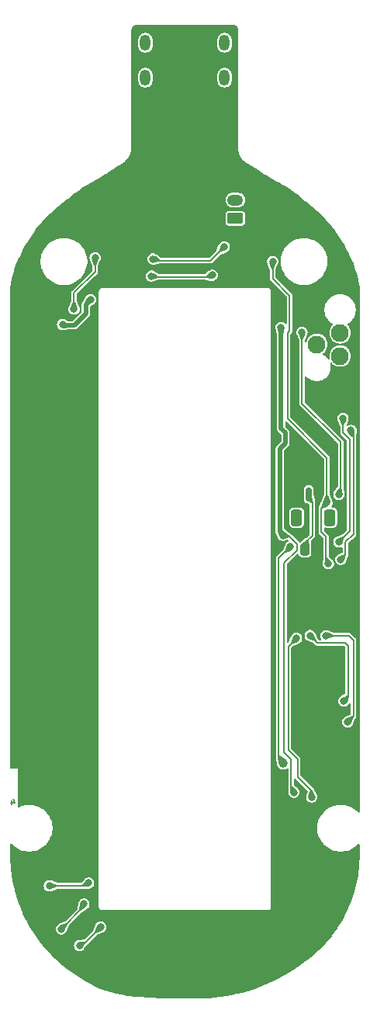
<source format=gbr>
%TF.GenerationSoftware,KiCad,Pcbnew,8.0.6*%
%TF.CreationDate,2024-11-04T21:33:25+05:30*%
%TF.ProjectId,Berrythe,42657272-7974-4686-952e-6b696361645f,rev?*%
%TF.SameCoordinates,Original*%
%TF.FileFunction,Copper,L4,Bot*%
%TF.FilePolarity,Positive*%
%FSLAX46Y46*%
G04 Gerber Fmt 4.6, Leading zero omitted, Abs format (unit mm)*
G04 Created by KiCad (PCBNEW 8.0.6) date 2024-11-04 21:33:25*
%MOMM*%
%LPD*%
G01*
G04 APERTURE LIST*
G04 Aperture macros list*
%AMRoundRect*
0 Rectangle with rounded corners*
0 $1 Rounding radius*
0 $2 $3 $4 $5 $6 $7 $8 $9 X,Y pos of 4 corners*
0 Add a 4 corners polygon primitive as box body*
4,1,4,$2,$3,$4,$5,$6,$7,$8,$9,$2,$3,0*
0 Add four circle primitives for the rounded corners*
1,1,$1+$1,$2,$3*
1,1,$1+$1,$4,$5*
1,1,$1+$1,$6,$7*
1,1,$1+$1,$8,$9*
0 Add four rect primitives between the rounded corners*
20,1,$1+$1,$2,$3,$4,$5,0*
20,1,$1+$1,$4,$5,$6,$7,0*
20,1,$1+$1,$6,$7,$8,$9,0*
20,1,$1+$1,$8,$9,$2,$3,0*%
G04 Aperture macros list end*
%ADD10C,0.150000*%
%TA.AperFunction,NonConductor*%
%ADD11C,0.150000*%
%TD*%
%TA.AperFunction,ComponentPad*%
%ADD12C,1.932000*%
%TD*%
%TA.AperFunction,HeatsinkPad*%
%ADD13R,2.900000X1.900000*%
%TD*%
%TA.AperFunction,ComponentPad*%
%ADD14C,2.500000*%
%TD*%
%TA.AperFunction,ComponentPad*%
%ADD15O,1.150000X1.750000*%
%TD*%
%TA.AperFunction,ComponentPad*%
%ADD16C,1.000000*%
%TD*%
%TA.AperFunction,SMDPad,CuDef*%
%ADD17RoundRect,0.250000X-0.350000X-0.650000X0.350000X-0.650000X0.350000X0.650000X-0.350000X0.650000X0*%
%TD*%
%TA.AperFunction,SMDPad,CuDef*%
%ADD18RoundRect,0.150000X-0.150000X-0.625000X0.150000X-0.625000X0.150000X0.625000X-0.150000X0.625000X0*%
%TD*%
%TA.AperFunction,ComponentPad*%
%ADD19RoundRect,0.250000X-0.250000X-0.400000X0.250000X-0.400000X0.250000X0.400000X-0.250000X0.400000X0*%
%TD*%
%TA.AperFunction,ComponentPad*%
%ADD20O,1.000000X1.300000*%
%TD*%
%TA.AperFunction,ComponentPad*%
%ADD21RoundRect,0.250000X0.625000X-0.350000X0.625000X0.350000X-0.625000X0.350000X-0.625000X-0.350000X0*%
%TD*%
%TA.AperFunction,ComponentPad*%
%ADD22O,1.750000X1.200000*%
%TD*%
%TA.AperFunction,ViaPad*%
%ADD23C,0.812800*%
%TD*%
%TA.AperFunction,Conductor*%
%ADD24C,0.203200*%
%TD*%
%TA.AperFunction,Conductor*%
%ADD25C,0.500000*%
%TD*%
G04 APERTURE END LIST*
D10*
D11*
X63101316Y-155018771D02*
X63101316Y-155418771D01*
X63244173Y-154790200D02*
X63387030Y-155218771D01*
X63387030Y-155218771D02*
X63015601Y-155218771D01*
D12*
%TO.P,J4,1,Pin_1*%
%TO.N,GND*%
X96400000Y-102700000D03*
%TO.P,J4,2,Pin_2*%
%TO.N,/UART_TX*%
X98940000Y-103970000D03*
%TO.P,J4,3,Pin_3*%
%TO.N,/SWCLK*%
X96400000Y-105240000D03*
%TO.P,J4,4,Pin_4*%
%TO.N,/SWDIO*%
X98940000Y-106510000D03*
%TD*%
D13*
%TO.P,U2,9,EXP*%
%TO.N,GND*%
X74400000Y-92100000D03*
%TD*%
D14*
%TO.P,TP1,1,1*%
%TO.N,GND*%
X91100000Y-90200000D03*
%TD*%
D15*
%TO.P,J1,SH1,SHIELD*%
%TO.N,unconnected-(J1-SHIELD-PadSH1)_1*%
X86320000Y-76150000D03*
%TO.P,J1,SH2,SHIELD*%
%TO.N,unconnected-(J1-SHIELD-PadSH1)_3*%
X77680000Y-76150000D03*
%TO.P,J1,SH3,SHIELD*%
%TO.N,unconnected-(J1-SHIELD-PadSH1)_2*%
X86320000Y-72350000D03*
%TO.P,J1,SH4,SHIELD*%
%TO.N,unconnected-(J1-SHIELD-PadSH1)*%
X77680000Y-72350000D03*
%TD*%
D16*
%TO.P,SW1,1,1*%
%TO.N,Net-(R28-Pad1)*%
X92730000Y-150900000D03*
%TO.P,SW1,2,2*%
%TO.N,GND*%
X95270000Y-150900000D03*
%TD*%
D17*
%TO.P,J2,*%
%TO.N,*%
X94200000Y-124125000D03*
X97800000Y-124125000D03*
D18*
%TO.P,J2,1,Pin_1*%
%TO.N,Net-(J2-Pin_1)*%
X95500000Y-121600000D03*
%TO.P,J2,2,Pin_2*%
%TO.N,GND*%
X96500000Y-121600000D03*
%TD*%
D19*
%TO.P,J3,1,Pin_1*%
%TO.N,Net-(J2-Pin_1)*%
X95100000Y-127600000D03*
D20*
%TO.P,J3,2,Pin_2*%
%TO.N,GND*%
X96350000Y-127600000D03*
%TD*%
D21*
%TO.P,BT1,1,-*%
%TO.N,Net-(BT1--)*%
X87500000Y-91500000D03*
D22*
%TO.P,BT1,2,+*%
%TO.N,/VBAT_CHRG*%
X87500000Y-89500000D03*
%TD*%
D23*
%TO.N,/VBAT*%
X97661520Y-129161568D03*
X78343649Y-97788800D03*
X91578685Y-96213152D03*
X85000000Y-97700000D03*
X97500000Y-122499994D03*
%TO.N,GND*%
X98600000Y-125800000D03*
X80000000Y-74000000D03*
X87800000Y-85300000D03*
X65950000Y-133000000D03*
X70800000Y-88800000D03*
X76300000Y-92900000D03*
X98266318Y-118443439D03*
X100400000Y-110000000D03*
X80600000Y-90500000D03*
X94100000Y-113100000D03*
X85750000Y-96900000D03*
X82000000Y-78000000D03*
X63500000Y-160800000D03*
X77100000Y-92100000D03*
X98200000Y-116100000D03*
X72100000Y-101300000D03*
X83907191Y-89792143D03*
X97374999Y-140000000D03*
X70750000Y-142300000D03*
X69500000Y-169900000D03*
X76900000Y-167400000D03*
X97574999Y-141000000D03*
X78984000Y-97000000D03*
X93200000Y-119500000D03*
X72425228Y-92990401D03*
X99500257Y-145219202D03*
X96170367Y-142601158D03*
X82250000Y-82400000D03*
X87100000Y-80400000D03*
X71600000Y-92100000D03*
X69300000Y-93000000D03*
X100500000Y-127000000D03*
X79200000Y-93600000D03*
X70600000Y-93000000D03*
X92000000Y-152100000D03*
X91500000Y-173700000D03*
X82000000Y-73600000D03*
X84000000Y-74000000D03*
X66700000Y-163200000D03*
X85000000Y-75100000D03*
X78900000Y-88200000D03*
X100400000Y-153800000D03*
X91700000Y-94900000D03*
X70600000Y-117100000D03*
X64700000Y-118800000D03*
X74700000Y-95900000D03*
X94800000Y-99400000D03*
X77200000Y-77600000D03*
X97474999Y-139000000D03*
X76900000Y-87900000D03*
X71600000Y-165200000D03*
X91900000Y-100600000D03*
X94174999Y-139200000D03*
X89165125Y-94843962D03*
X72100000Y-139800000D03*
X96000000Y-91000000D03*
X85500000Y-91000000D03*
X91900000Y-127600000D03*
X91812800Y-115800000D03*
X72400642Y-91209600D03*
X82000000Y-79300000D03*
X79000000Y-75100000D03*
X83800000Y-91400000D03*
X70400000Y-173300000D03*
X70600000Y-91200000D03*
X69300000Y-102300000D03*
X64700000Y-109000000D03*
X89048788Y-96251576D03*
X94074999Y-140500000D03*
X70300000Y-105500000D03*
X95800000Y-139659467D03*
X72100000Y-118800000D03*
X72500000Y-167800000D03*
X76300000Y-91300000D03*
X100400000Y-99700000D03*
X98111200Y-128233136D03*
X90700000Y-167400000D03*
X78528284Y-92122077D03*
X97700000Y-94900000D03*
X85800000Y-83600000D03*
X100500000Y-147700000D03*
X100400000Y-161000000D03*
X94828435Y-154512638D03*
X93946700Y-106215217D03*
X63600000Y-150300000D03*
X63500000Y-101600000D03*
X90000000Y-169900000D03*
X83200000Y-171300000D03*
%TO.N,/3V3*%
X98800000Y-121600000D03*
X94772400Y-103927601D03*
%TO.N,/VUSB_SNS*%
X78496835Y-95934600D03*
X86300000Y-94600000D03*
%TO.N,/BLED*%
X95839372Y-154613970D03*
X70500000Y-170800000D03*
X94174999Y-137299996D03*
X72800000Y-168800000D03*
%TO.N,/GLED*%
X68500000Y-169000000D03*
X95674999Y-137000000D03*
X99350000Y-144150000D03*
X70968478Y-166275362D03*
%TO.N,/RLED*%
X67200000Y-164300000D03*
X97400000Y-137009602D03*
X71478685Y-163986848D03*
X99769898Y-146408214D03*
%TO.N,Net-(Q3-D)*%
X92700000Y-126068004D03*
X68638794Y-103071407D03*
X71711200Y-100361335D03*
X93900000Y-154100000D03*
X92500000Y-103400000D03*
%TO.N,Net-(U2-TEMP)*%
X72200000Y-95800000D03*
X69900000Y-101400000D03*
%TO.N,/SDA*%
X100125000Y-114625000D03*
X99010665Y-128705602D03*
%TO.N,/SCL*%
X99254812Y-113300000D03*
X98801590Y-126795801D03*
%TO.N,Net-(R28-Pad1)*%
X93514562Y-127314730D03*
%TD*%
D24*
%TO.N,/VBAT*%
X97661520Y-129161568D02*
X97400000Y-128900048D01*
X97400000Y-128900048D02*
X97400000Y-126200000D01*
X97500000Y-117600000D02*
X97500000Y-122499994D01*
X78343649Y-97788800D02*
X78454849Y-97900000D01*
X96895200Y-125695200D02*
X96895200Y-123104794D01*
X91578685Y-98078685D02*
X93414400Y-99914400D01*
X93200000Y-103993157D02*
X93200000Y-113300000D01*
X84800000Y-97900000D02*
X85000000Y-97700000D01*
X93414400Y-103778757D02*
X93200000Y-103993157D01*
X96895200Y-123104794D02*
X97500000Y-122499994D01*
X93200000Y-113300000D02*
X97500000Y-117600000D01*
X78454849Y-97900000D02*
X84800000Y-97900000D01*
X97400000Y-126200000D02*
X96895200Y-125695200D01*
X93414400Y-99914400D02*
X93414400Y-103778757D01*
X91578685Y-96213152D02*
X91578685Y-98078685D01*
%TO.N,/3V3*%
X98494589Y-115388800D02*
X99000008Y-115894219D01*
X94772400Y-103927601D02*
X94827601Y-103927601D01*
X98488800Y-115388800D02*
X98494589Y-115388800D01*
X94827601Y-103927601D02*
X94882000Y-103982000D01*
X99000008Y-121399992D02*
X98800000Y-121600000D01*
X94772400Y-111672400D02*
X98488800Y-115388800D01*
X94772400Y-103927601D02*
X94772400Y-111672400D01*
X99000008Y-115894219D02*
X99000008Y-121399992D01*
%TO.N,/VUSB_SNS*%
X78496835Y-95934600D02*
X78662235Y-96100000D01*
X78662235Y-96100000D02*
X84800000Y-96100000D01*
X84800000Y-96100000D02*
X86300000Y-94600000D01*
%TO.N,/BLED*%
X95839372Y-153939372D02*
X94300000Y-152400000D01*
X70800000Y-170800000D02*
X72800000Y-168800000D01*
X94300000Y-150500000D02*
X93300000Y-149500000D01*
X70500000Y-170800000D02*
X70800000Y-170800000D01*
X95839372Y-154613970D02*
X95839372Y-153939372D01*
X93300000Y-138174995D02*
X94174999Y-137299996D01*
X93300000Y-149500000D02*
X93300000Y-138174995D01*
X94300000Y-152400000D02*
X94300000Y-150500000D01*
%TO.N,/GLED*%
X99800000Y-138100000D02*
X99500000Y-137800000D01*
X70968478Y-166531522D02*
X70968478Y-166275362D01*
X99800000Y-143700000D02*
X99800000Y-138100000D01*
X96474999Y-137800000D02*
X95674999Y-137000000D01*
X99350000Y-144150000D02*
X99800000Y-143700000D01*
X99500000Y-137800000D02*
X96474999Y-137800000D01*
X68500000Y-169000000D02*
X70968478Y-166531522D01*
%TO.N,/RLED*%
X100400000Y-137500000D02*
X100400000Y-145778112D01*
X100400000Y-145778112D02*
X99769898Y-146408214D01*
X71165533Y-164300000D02*
X71478685Y-163986848D01*
X99909602Y-137009602D02*
X100400000Y-137500000D01*
X67200000Y-164300000D02*
X71165533Y-164300000D01*
X97400000Y-137009602D02*
X99909602Y-137009602D01*
%TO.N,Net-(J2-Pin_1)*%
X95100000Y-126900000D02*
X95100000Y-127600000D01*
X95500000Y-121600000D02*
X95500000Y-122022342D01*
X95500000Y-122022342D02*
X95900000Y-122422342D01*
X95900000Y-122422342D02*
X95900000Y-126100000D01*
X95900000Y-126100000D02*
X95100000Y-126900000D01*
%TO.N,Net-(Q3-D)*%
X94225762Y-127020141D02*
X93273625Y-126068004D01*
X93900000Y-154100000D02*
X93600000Y-153800000D01*
X92800000Y-149700000D02*
X92800000Y-129100000D01*
X93600000Y-153800000D02*
X93600000Y-150500000D01*
D25*
X92700000Y-126068004D02*
X92340400Y-125708404D01*
X68638794Y-103071407D02*
X68855749Y-103071407D01*
X92340400Y-125708404D02*
X92340400Y-116662627D01*
X68943942Y-103159600D02*
X69940400Y-103159600D01*
X92962800Y-114859773D02*
X92500000Y-114396973D01*
D24*
X92800000Y-129100000D02*
X94225762Y-127674238D01*
D25*
X92500000Y-114396973D02*
X92500000Y-103400000D01*
D24*
X94225762Y-127674238D02*
X94225762Y-127020141D01*
D25*
X71200000Y-100872535D02*
X71711200Y-100361335D01*
D24*
X93600000Y-150500000D02*
X92800000Y-149700000D01*
D25*
X71200000Y-101900000D02*
X71200000Y-100872535D01*
D24*
X93273625Y-126068004D02*
X92700000Y-126068004D01*
D25*
X69940400Y-103159600D02*
X71200000Y-101900000D01*
X92962800Y-116040227D02*
X92962800Y-114859773D01*
X68855749Y-103071407D02*
X68943942Y-103159600D01*
X92340400Y-116662627D02*
X92962800Y-116040227D01*
D24*
%TO.N,Net-(U2-TEMP)*%
X72200000Y-95800000D02*
X72200000Y-97300000D01*
X69900000Y-99600000D02*
X69900000Y-101400000D01*
X72200000Y-97300000D02*
X69900000Y-99600000D01*
%TO.N,/SDA*%
X99010665Y-128705602D02*
X99512790Y-128203477D01*
X100400000Y-114900000D02*
X100125000Y-114625000D01*
X99512790Y-126787210D02*
X100400000Y-125900000D01*
X99512790Y-128203477D02*
X99512790Y-126787210D01*
X100400000Y-125900000D02*
X100400000Y-114900000D01*
%TO.N,/SCL*%
X98801590Y-126795801D02*
X99993600Y-125603791D01*
X99254812Y-114854812D02*
X99254812Y-113300000D01*
X99993600Y-125603791D02*
X99993600Y-115593600D01*
X99993600Y-115593600D02*
X99254812Y-114854812D01*
%TO.N,Net-(R28-Pad1)*%
X92230001Y-128599291D02*
X92230001Y-150400001D01*
X92230001Y-150400001D02*
X92730000Y-150900000D01*
X93514562Y-127314730D02*
X92230001Y-128599291D01*
%TD*%
%TA.AperFunction,Conductor*%
%TO.N,GND*%
G36*
X87257620Y-70406930D02*
G01*
X87287846Y-70407680D01*
X87292812Y-70407926D01*
X87316574Y-70409693D01*
X87321497Y-70410182D01*
X87345037Y-70413106D01*
X87349916Y-70413835D01*
X87373197Y-70417899D01*
X87378030Y-70418865D01*
X87401039Y-70424054D01*
X87405812Y-70425253D01*
X87428514Y-70431554D01*
X87433209Y-70432982D01*
X87455560Y-70440377D01*
X87460174Y-70442029D01*
X87482115Y-70450498D01*
X87486636Y-70452372D01*
X87508153Y-70461907D01*
X87512589Y-70464004D01*
X87533602Y-70474570D01*
X87537933Y-70476881D01*
X87555009Y-70486540D01*
X87558452Y-70488487D01*
X87562652Y-70491000D01*
X87582636Y-70503632D01*
X87586700Y-70506343D01*
X87596604Y-70513306D01*
X87606046Y-70519944D01*
X87610018Y-70522885D01*
X87628720Y-70537457D01*
X87632557Y-70540602D01*
X87650572Y-70556125D01*
X87654258Y-70559463D01*
X87671639Y-70576005D01*
X87675138Y-70579504D01*
X87691682Y-70596892D01*
X87694994Y-70600551D01*
X87700391Y-70606817D01*
X87710541Y-70618602D01*
X87713682Y-70622436D01*
X87728249Y-70641139D01*
X87731191Y-70645114D01*
X87744791Y-70664467D01*
X87747524Y-70668566D01*
X87756294Y-70682447D01*
X87760115Y-70688493D01*
X87762640Y-70692714D01*
X87774242Y-70713233D01*
X87776556Y-70717570D01*
X87787126Y-70738600D01*
X87789221Y-70743035D01*
X87798744Y-70764534D01*
X87800623Y-70769070D01*
X87809080Y-70790993D01*
X87810733Y-70795612D01*
X87818132Y-70817984D01*
X87819560Y-70822683D01*
X87825855Y-70845378D01*
X87827054Y-70850153D01*
X87832236Y-70873150D01*
X87833202Y-70877986D01*
X87837259Y-70901256D01*
X87837989Y-70906148D01*
X87840912Y-70929708D01*
X87841401Y-70934650D01*
X87843159Y-70958344D01*
X87843404Y-70963310D01*
X87844150Y-70993592D01*
X87844181Y-70996085D01*
X87842193Y-83937684D01*
X87841618Y-83948410D01*
X87841027Y-83953911D01*
X87841986Y-83994310D01*
X87840754Y-84008974D01*
X87840412Y-84014620D01*
X87841928Y-84036113D01*
X87842177Y-84043196D01*
X87842176Y-84051307D01*
X87842796Y-84056018D01*
X87842876Y-84081634D01*
X87842615Y-84083710D01*
X87842616Y-84083712D01*
X87843644Y-84091167D01*
X87844558Y-84102498D01*
X87844561Y-84102638D01*
X87845167Y-84106527D01*
X87846838Y-84114316D01*
X87847626Y-84120022D01*
X87848318Y-84126672D01*
X87850897Y-84163232D01*
X87852217Y-84169697D01*
X87851624Y-84169817D01*
X87855899Y-84198994D01*
X87855794Y-84201512D01*
X87855795Y-84201515D01*
X87862881Y-84233132D01*
X87864371Y-84241378D01*
X87868801Y-84273480D01*
X87868802Y-84273483D01*
X87870615Y-84277784D01*
X87878446Y-84313227D01*
X87878562Y-84316457D01*
X87878563Y-84316462D01*
X87888524Y-84348920D01*
X87890515Y-84356430D01*
X87897939Y-84389550D01*
X87898251Y-84390146D01*
X87898967Y-84391513D01*
X87908214Y-84421931D01*
X87908399Y-84421887D01*
X87909197Y-84425166D01*
X87909853Y-84427323D01*
X87909957Y-84428289D01*
X87909958Y-84428294D01*
X87922711Y-84461202D01*
X87925080Y-84468035D01*
X87935441Y-84501795D01*
X87935443Y-84501799D01*
X87935444Y-84501802D01*
X87935446Y-84501805D01*
X87935449Y-84501811D01*
X87935517Y-84501920D01*
X87935614Y-84502174D01*
X87938185Y-84507798D01*
X87937840Y-84507955D01*
X87946613Y-84530745D01*
X87947164Y-84530572D01*
X87949151Y-84536857D01*
X87964586Y-84569890D01*
X87967242Y-84576113D01*
X87976564Y-84600165D01*
X87980419Y-84610112D01*
X87983583Y-84615894D01*
X87982928Y-84616252D01*
X87992194Y-84636174D01*
X87993044Y-84635845D01*
X87995429Y-84641995D01*
X88013388Y-84674804D01*
X88016277Y-84680505D01*
X88020887Y-84690371D01*
X88032117Y-84714404D01*
X88035664Y-84719960D01*
X88034774Y-84720527D01*
X88044353Y-84738085D01*
X88045430Y-84737591D01*
X88048183Y-84743583D01*
X88068501Y-84775879D01*
X88071594Y-84781143D01*
X88089910Y-84814604D01*
X88093802Y-84819922D01*
X88092750Y-84820691D01*
X88102562Y-84836323D01*
X88103797Y-84835666D01*
X88106898Y-84841489D01*
X88129383Y-84872969D01*
X88132669Y-84877868D01*
X88153262Y-84910600D01*
X88157475Y-84915678D01*
X88156329Y-84916628D01*
X88166380Y-84930715D01*
X88167701Y-84929912D01*
X88171124Y-84935539D01*
X88195584Y-84965939D01*
X88199065Y-84970528D01*
X88221325Y-85001693D01*
X88221757Y-85002297D01*
X88226254Y-85007113D01*
X88225070Y-85008218D01*
X88235406Y-85021063D01*
X88236757Y-85020133D01*
X88240493Y-85025554D01*
X88240495Y-85025558D01*
X88240497Y-85025560D01*
X88266736Y-85054629D01*
X88270429Y-85058960D01*
X88294992Y-85089488D01*
X88294995Y-85089490D01*
X88299762Y-85094043D01*
X88298589Y-85095270D01*
X88309314Y-85107144D01*
X88310645Y-85106111D01*
X88314683Y-85111311D01*
X88314686Y-85111314D01*
X88314687Y-85111315D01*
X88342515Y-85138820D01*
X88346460Y-85142949D01*
X88372672Y-85171987D01*
X88377693Y-85176264D01*
X88376580Y-85177569D01*
X88387866Y-85188711D01*
X88389122Y-85187614D01*
X88393461Y-85192578D01*
X88422628Y-85218240D01*
X88426879Y-85222204D01*
X88454522Y-85249526D01*
X88454528Y-85249529D01*
X88459776Y-85253508D01*
X88458771Y-85254833D01*
X88470864Y-85265450D01*
X88471988Y-85264343D01*
X88476617Y-85269040D01*
X88506892Y-85292618D01*
X88511519Y-85296448D01*
X88522939Y-85306496D01*
X88540348Y-85321814D01*
X88545818Y-85325481D01*
X88544961Y-85326758D01*
X88558204Y-85337039D01*
X88559146Y-85335988D01*
X88564058Y-85340384D01*
X88595169Y-85361624D01*
X88600244Y-85365326D01*
X88629967Y-85388476D01*
X88629968Y-85388476D01*
X88629969Y-85388477D01*
X88635649Y-85391811D01*
X88634972Y-85392963D01*
X88649817Y-85403056D01*
X88650540Y-85402132D01*
X88655738Y-85406196D01*
X88676957Y-85418701D01*
X88687348Y-85424826D01*
X88692984Y-85428405D01*
X88723305Y-85449107D01*
X88723308Y-85449108D01*
X88726443Y-85450693D01*
X88737474Y-85455670D01*
X88778870Y-85478856D01*
X88779978Y-85479487D01*
X88784786Y-85482263D01*
X88785568Y-85482719D01*
X88820857Y-85503519D01*
X88823220Y-85504498D01*
X88833879Y-85509668D01*
X88945333Y-85572095D01*
X88968464Y-85585051D01*
X88970378Y-85586151D01*
X89156750Y-85695980D01*
X89158725Y-85697176D01*
X89470335Y-85891078D01*
X89551274Y-85941443D01*
X89553360Y-85942777D01*
X90176491Y-86352157D01*
X90362618Y-86474437D01*
X90362796Y-86474554D01*
X90707353Y-86701963D01*
X90716729Y-86708967D01*
X90717058Y-86709244D01*
X90759180Y-86736180D01*
X90760326Y-86736924D01*
X90801976Y-86764414D01*
X90801986Y-86764417D01*
X90802338Y-86764589D01*
X90812564Y-86770318D01*
X91086540Y-86945522D01*
X91095305Y-86952678D01*
X91095624Y-86952276D01*
X91100794Y-86956364D01*
X91100796Y-86956365D01*
X91100799Y-86956368D01*
X91140148Y-86979858D01*
X91142664Y-86981413D01*
X91178527Y-87004347D01*
X91181281Y-87006108D01*
X91187251Y-87008904D01*
X91187033Y-87009367D01*
X91197359Y-87014011D01*
X91434542Y-87155603D01*
X91442461Y-87160330D01*
X91452455Y-87167923D01*
X91452596Y-87167732D01*
X91457925Y-87171621D01*
X91469281Y-87177817D01*
X91496343Y-87192583D01*
X91499672Y-87194484D01*
X91537272Y-87216930D01*
X91537274Y-87216930D01*
X91537275Y-87216931D01*
X91543333Y-87219545D01*
X91543238Y-87219763D01*
X91554849Y-87224508D01*
X91567460Y-87231389D01*
X91613278Y-87256390D01*
X91623457Y-87263525D01*
X91623605Y-87263307D01*
X91629067Y-87266984D01*
X91629071Y-87266987D01*
X91668424Y-87286562D01*
X91671768Y-87288305D01*
X91710378Y-87309373D01*
X91710383Y-87309374D01*
X91716534Y-87311750D01*
X91716438Y-87311997D01*
X91728115Y-87316254D01*
X91771195Y-87337683D01*
X91780098Y-87342794D01*
X91780801Y-87343133D01*
X91780803Y-87343135D01*
X91826425Y-87365162D01*
X91827423Y-87365652D01*
X91873394Y-87388520D01*
X91882914Y-87392435D01*
X92057955Y-87476948D01*
X92060117Y-87478024D01*
X92272724Y-87587043D01*
X92274846Y-87588163D01*
X92477807Y-87698426D01*
X92479861Y-87699573D01*
X92646930Y-87795463D01*
X92674323Y-87811185D01*
X92676274Y-87812334D01*
X92863303Y-87925371D01*
X92865073Y-87926467D01*
X93042460Y-88038937D01*
X93043913Y-88039858D01*
X93046341Y-88041447D01*
X93127722Y-88096407D01*
X93395882Y-88277507D01*
X93398506Y-88279341D01*
X93733828Y-88521684D01*
X93735592Y-88522988D01*
X93957681Y-88690988D01*
X94067530Y-88774083D01*
X94068306Y-88774676D01*
X94223527Y-88894586D01*
X94749910Y-89301223D01*
X94750487Y-89301673D01*
X95097765Y-89574005D01*
X95302342Y-89734433D01*
X95316801Y-89745771D01*
X95318837Y-89747411D01*
X95731673Y-90088962D01*
X95869509Y-90202998D01*
X95871833Y-90204980D01*
X96406775Y-90675685D01*
X96408621Y-90677352D01*
X96665620Y-90915500D01*
X96666934Y-90916740D01*
X96905211Y-91146024D01*
X96919282Y-91159564D01*
X96920711Y-91160968D01*
X96936547Y-91176833D01*
X97166276Y-91406995D01*
X97167793Y-91408548D01*
X97180348Y-91421681D01*
X97361426Y-91611104D01*
X97405971Y-91657701D01*
X97407541Y-91659382D01*
X97547254Y-91812455D01*
X97637810Y-91911670D01*
X97639459Y-91913522D01*
X97861213Y-92168850D01*
X97862924Y-92170873D01*
X98075596Y-92429178D01*
X98077361Y-92431384D01*
X98280418Y-92692632D01*
X98282229Y-92695036D01*
X98374326Y-92821141D01*
X98475082Y-92959101D01*
X98476931Y-92961720D01*
X98659223Y-93228793D01*
X98661042Y-93231554D01*
X99144596Y-93992570D01*
X99146085Y-93994987D01*
X99218647Y-94116636D01*
X99375306Y-94379275D01*
X99376725Y-94381653D01*
X99377851Y-94383592D01*
X99379604Y-94386686D01*
X99601211Y-94777850D01*
X99602428Y-94780062D01*
X99815963Y-95180059D01*
X99817249Y-95182550D01*
X100019504Y-95588243D01*
X100020839Y-95591029D01*
X100210326Y-96002269D01*
X100211689Y-96005361D01*
X100387060Y-96422261D01*
X100388422Y-96425672D01*
X100548200Y-96848019D01*
X100549531Y-96851758D01*
X100692375Y-97279629D01*
X100693639Y-97283701D01*
X100818180Y-97717084D01*
X100819338Y-97721486D01*
X100864523Y-97910556D01*
X100914308Y-98118878D01*
X100924238Y-98160426D01*
X100925245Y-98165142D01*
X100952608Y-98310099D01*
X101009164Y-98609708D01*
X101009981Y-98614731D01*
X101071593Y-99065057D01*
X101072176Y-99070352D01*
X101110148Y-99526698D01*
X101110455Y-99532221D01*
X101123616Y-100001768D01*
X101123655Y-100004688D01*
X101067329Y-156217608D01*
X101048057Y-156276720D01*
X100997720Y-156313214D01*
X100935546Y-156313152D01*
X100895594Y-156288642D01*
X100702198Y-156095246D01*
X100702190Y-156095239D01*
X100478230Y-155916636D01*
X100478226Y-155916633D01*
X100406489Y-155871558D01*
X100235669Y-155764225D01*
X99977572Y-155639932D01*
X99707182Y-155545318D01*
X99707181Y-155545317D01*
X99707179Y-155545317D01*
X99427907Y-155481576D01*
X99427905Y-155481575D01*
X99427898Y-155481574D01*
X99427893Y-155481573D01*
X99427891Y-155481573D01*
X99143233Y-155449500D01*
X98856767Y-155449500D01*
X98572108Y-155481573D01*
X98572103Y-155481573D01*
X98572102Y-155481574D01*
X98572098Y-155481574D01*
X98572092Y-155481576D01*
X98292820Y-155545317D01*
X98157623Y-155592625D01*
X98022428Y-155639932D01*
X98022426Y-155639933D01*
X97764333Y-155764224D01*
X97521773Y-155916633D01*
X97521769Y-155916636D01*
X97297809Y-156095239D01*
X97297801Y-156095246D01*
X97095246Y-156297801D01*
X97095239Y-156297809D01*
X96916636Y-156521769D01*
X96916633Y-156521773D01*
X96764224Y-156764333D01*
X96639933Y-157022426D01*
X96545317Y-157292820D01*
X96481576Y-157572092D01*
X96481574Y-157572102D01*
X96449500Y-157856767D01*
X96449500Y-158143233D01*
X96481574Y-158427898D01*
X96545318Y-158707182D01*
X96639932Y-158977572D01*
X96764225Y-159235669D01*
X96871558Y-159406489D01*
X96916633Y-159478226D01*
X96916636Y-159478230D01*
X97082892Y-159686708D01*
X97095243Y-159702195D01*
X97297805Y-159904757D01*
X97521773Y-160083366D01*
X97764331Y-160235775D01*
X98022428Y-160360068D01*
X98292818Y-160454682D01*
X98572102Y-160518426D01*
X98856767Y-160550500D01*
X99143233Y-160550500D01*
X99427898Y-160518426D01*
X99707182Y-160454682D01*
X99977572Y-160360068D01*
X100235669Y-160235775D01*
X100478227Y-160083366D01*
X100702195Y-159904757D01*
X100892019Y-159714932D01*
X100947414Y-159686708D01*
X101008823Y-159696434D01*
X101052787Y-159740397D01*
X101063752Y-159786170D01*
X101062548Y-160989111D01*
X101062458Y-160993263D01*
X101016294Y-162084157D01*
X101015750Y-162091181D01*
X100896577Y-163147574D01*
X100895506Y-163154741D01*
X100703824Y-164182518D01*
X100702199Y-164189744D01*
X100438716Y-165188126D01*
X100436527Y-165195320D01*
X100101847Y-166163605D01*
X100099103Y-166170668D01*
X99693758Y-167108080D01*
X99690490Y-167114920D01*
X99214866Y-168020766D01*
X99211121Y-168027293D01*
X98665562Y-168900733D01*
X98661403Y-168906875D01*
X98046173Y-169747029D01*
X98041675Y-169752728D01*
X97357001Y-170558619D01*
X97352242Y-170563838D01*
X96598307Y-171334427D01*
X96593366Y-171339145D01*
X95770413Y-172073248D01*
X95765365Y-172077463D01*
X94873649Y-172773846D01*
X94868561Y-172777569D01*
X93908365Y-173434941D01*
X93903293Y-173438194D01*
X92874970Y-174055207D01*
X92869964Y-174058020D01*
X91771574Y-174634525D01*
X91767616Y-174636493D01*
X91182822Y-174911372D01*
X91179755Y-174912751D01*
X90593892Y-175164580D01*
X90590739Y-175165873D01*
X90005445Y-175394298D01*
X90002230Y-175395490D01*
X89416638Y-175601326D01*
X89413386Y-175602407D01*
X88826624Y-175786452D01*
X88823361Y-175787415D01*
X88234511Y-175950463D01*
X88231266Y-175951304D01*
X87639403Y-176094135D01*
X87636202Y-176094852D01*
X87040486Y-176218209D01*
X87037356Y-176218806D01*
X86436797Y-176323450D01*
X86433762Y-176323931D01*
X85827595Y-176410568D01*
X85824677Y-176410942D01*
X85211909Y-176480308D01*
X85209126Y-176480583D01*
X84589073Y-176533366D01*
X84586440Y-176533556D01*
X83958073Y-176570474D01*
X83955673Y-176570585D01*
X83318265Y-176592332D01*
X83316010Y-176592384D01*
X82668798Y-176599659D01*
X82666674Y-176599660D01*
X82005329Y-176593132D01*
X82004820Y-176593126D01*
X79485277Y-176555514D01*
X79483498Y-176555471D01*
X78206944Y-176513818D01*
X78203556Y-176513651D01*
X76933068Y-176429236D01*
X76929451Y-176428930D01*
X76472338Y-176381947D01*
X76307099Y-176364964D01*
X76304098Y-176364609D01*
X76219331Y-176353306D01*
X75687321Y-176282363D01*
X75683839Y-176281837D01*
X75077047Y-176179193D01*
X75073083Y-176178440D01*
X74478183Y-176053083D01*
X74473732Y-176052039D01*
X73892556Y-175901699D01*
X73887625Y-175900289D01*
X73321875Y-175722728D01*
X73316493Y-175720869D01*
X72767817Y-175513891D01*
X72762033Y-175511502D01*
X72227566Y-175270935D01*
X72223111Y-175268796D01*
X71672711Y-174987780D01*
X71669806Y-174986237D01*
X71132174Y-174689188D01*
X71129293Y-174687533D01*
X70608403Y-174376851D01*
X70605551Y-174375085D01*
X70101347Y-174051093D01*
X70098532Y-174049217D01*
X69611089Y-173712314D01*
X69608318Y-173710328D01*
X69137703Y-173360910D01*
X69134981Y-173358816D01*
X68935452Y-173199825D01*
X68681186Y-172997218D01*
X68678538Y-172995032D01*
X68241657Y-172621665D01*
X68239053Y-172619361D01*
X67819137Y-172234604D01*
X67816602Y-172232199D01*
X67555921Y-171976132D01*
X67413675Y-171836404D01*
X67411221Y-171833908D01*
X67025339Y-171427447D01*
X67022958Y-171424850D01*
X66654131Y-171008046D01*
X66651836Y-171005358D01*
X66603808Y-170947079D01*
X66482595Y-170799996D01*
X69885419Y-170799996D01*
X69885419Y-170800003D01*
X69903276Y-170947073D01*
X69903277Y-170947075D01*
X69903277Y-170947076D01*
X69903278Y-170947079D01*
X69926400Y-171008046D01*
X69955816Y-171085610D01*
X69955816Y-171085611D01*
X70039979Y-171207542D01*
X70039980Y-171207543D01*
X70150878Y-171305790D01*
X70282063Y-171374641D01*
X70282064Y-171374641D01*
X70282067Y-171374643D01*
X70425920Y-171410100D01*
X70425924Y-171410100D01*
X70574076Y-171410100D01*
X70574080Y-171410100D01*
X70717933Y-171374643D01*
X70849122Y-171305790D01*
X70960020Y-171207543D01*
X70971868Y-171190377D01*
X70975245Y-171185772D01*
X71406290Y-170632083D01*
X71407113Y-170630560D01*
X71408496Y-170628706D01*
X71408568Y-170628597D01*
X71408574Y-170628601D01*
X71424453Y-170607304D01*
X72388919Y-169642839D01*
X72421745Y-169620954D01*
X73024168Y-169372899D01*
X73030719Y-169368540D01*
X73039662Y-169363237D01*
X73149122Y-169305790D01*
X73260020Y-169207543D01*
X73344184Y-169085610D01*
X73396722Y-168947079D01*
X73402350Y-168900733D01*
X73414581Y-168800003D01*
X73414581Y-168799996D01*
X73396723Y-168652926D01*
X73396722Y-168652924D01*
X73396722Y-168652921D01*
X73344184Y-168514390D01*
X73330253Y-168494208D01*
X73260020Y-168392457D01*
X73260016Y-168392453D01*
X73149121Y-168294209D01*
X73017935Y-168225358D01*
X73017937Y-168225358D01*
X72874080Y-168189900D01*
X72725920Y-168189900D01*
X72725919Y-168189900D01*
X72582063Y-168225358D01*
X72450878Y-168294209D01*
X72339983Y-168392453D01*
X72339979Y-168392457D01*
X72255816Y-168514389D01*
X72255813Y-168514393D01*
X72243714Y-168546297D01*
X72233418Y-168566332D01*
X72227101Y-168575828D01*
X72227101Y-168575830D01*
X71979044Y-169178252D01*
X71957156Y-169211083D01*
X71046207Y-170122032D01*
X70990809Y-170150258D01*
X70981974Y-170151260D01*
X70496552Y-170184644D01*
X70487867Y-170186838D01*
X70463236Y-170189900D01*
X70425919Y-170189900D01*
X70282063Y-170225358D01*
X70150878Y-170294209D01*
X70039983Y-170392453D01*
X70039979Y-170392457D01*
X69955816Y-170514388D01*
X69955816Y-170514389D01*
X69903277Y-170652924D01*
X69903276Y-170652926D01*
X69885419Y-170799996D01*
X66482595Y-170799996D01*
X66300190Y-170578660D01*
X66297988Y-170575889D01*
X66157369Y-170392457D01*
X65963517Y-170139586D01*
X65961413Y-170136739D01*
X65683929Y-169747029D01*
X65644189Y-169691216D01*
X65642184Y-169688291D01*
X65590572Y-169610099D01*
X65342282Y-169233937D01*
X65340380Y-169230941D01*
X65332905Y-169218696D01*
X65199405Y-168999996D01*
X67885419Y-168999996D01*
X67885419Y-169000003D01*
X67903276Y-169147073D01*
X67903277Y-169147075D01*
X67903277Y-169147076D01*
X67903278Y-169147079D01*
X67955815Y-169285608D01*
X67955816Y-169285610D01*
X67955816Y-169285611D01*
X68016067Y-169372899D01*
X68039980Y-169407543D01*
X68150878Y-169505790D01*
X68282063Y-169574641D01*
X68282064Y-169574641D01*
X68282067Y-169574643D01*
X68425920Y-169610100D01*
X68425924Y-169610100D01*
X68574076Y-169610100D01*
X68574080Y-169610100D01*
X68717933Y-169574643D01*
X68849122Y-169505790D01*
X68960020Y-169407543D01*
X69044184Y-169285610D01*
X69056286Y-169253699D01*
X69066585Y-169233659D01*
X69072899Y-169224168D01*
X69320954Y-168621745D01*
X69342839Y-168588919D01*
X70735359Y-167196398D01*
X70755911Y-167180576D01*
X70757822Y-167179463D01*
X70757837Y-167179457D01*
X71283242Y-166800322D01*
X71295348Y-166792830D01*
X71317600Y-166781152D01*
X71348049Y-166754174D01*
X71355883Y-166747904D01*
X71366851Y-166739991D01*
X71379830Y-166729822D01*
X71381237Y-166728627D01*
X71384817Y-166725516D01*
X71385762Y-166724189D01*
X71400953Y-166707306D01*
X71428498Y-166682905D01*
X71512662Y-166560972D01*
X71565200Y-166422441D01*
X71577288Y-166322892D01*
X71583059Y-166275365D01*
X71583059Y-166275358D01*
X71565201Y-166128288D01*
X71565200Y-166128286D01*
X71565200Y-166128283D01*
X71512662Y-165989752D01*
X71428498Y-165867819D01*
X71428494Y-165867815D01*
X71317599Y-165769571D01*
X71186413Y-165700720D01*
X71186415Y-165700720D01*
X71042558Y-165665262D01*
X70894398Y-165665262D01*
X70894397Y-165665262D01*
X70750541Y-165700720D01*
X70619356Y-165769571D01*
X70508461Y-165867815D01*
X70508457Y-165867819D01*
X70424294Y-165989750D01*
X70424294Y-165989751D01*
X70371755Y-166128286D01*
X70371755Y-166128287D01*
X70358398Y-166238287D01*
X70354911Y-166253621D01*
X70354931Y-166253626D01*
X70353973Y-166257748D01*
X70353823Y-166258410D01*
X70353812Y-166258440D01*
X70353811Y-166258444D01*
X70289592Y-166749180D01*
X70262869Y-166805318D01*
X70260978Y-166807261D01*
X68911083Y-168157156D01*
X68878252Y-168179044D01*
X68275825Y-168427103D01*
X68269267Y-168431465D01*
X68260312Y-168436773D01*
X68150880Y-168494208D01*
X68150879Y-168494209D01*
X68039983Y-168592453D01*
X68039979Y-168592457D01*
X67955816Y-168714388D01*
X67955816Y-168714389D01*
X67903277Y-168852924D01*
X67903276Y-168852926D01*
X67885419Y-168999996D01*
X65199405Y-168999996D01*
X65057845Y-168768093D01*
X65056045Y-168765024D01*
X64964926Y-168603144D01*
X64790919Y-168294007D01*
X64789239Y-168290895D01*
X64755342Y-168225357D01*
X64541604Y-167812102D01*
X64540030Y-167808922D01*
X64392813Y-167497816D01*
X64309932Y-167322670D01*
X64308479Y-167319451D01*
X64250189Y-167184116D01*
X64096035Y-166826206D01*
X64094692Y-166822931D01*
X64079169Y-166783083D01*
X63899899Y-166322882D01*
X63898678Y-166319574D01*
X63877308Y-166258444D01*
X63721672Y-165813247D01*
X63720585Y-165809956D01*
X63561385Y-165297555D01*
X63560404Y-165294190D01*
X63485675Y-165020200D01*
X63419121Y-164776184D01*
X63418276Y-164772857D01*
X63306857Y-164299996D01*
X66585419Y-164299996D01*
X66585419Y-164300003D01*
X66603276Y-164447073D01*
X66603277Y-164447075D01*
X66603277Y-164447076D01*
X66603278Y-164447079D01*
X66646668Y-164561489D01*
X66655816Y-164585610D01*
X66655816Y-164585611D01*
X66674748Y-164613038D01*
X66739980Y-164707543D01*
X66850878Y-164805790D01*
X66982063Y-164874641D01*
X66982064Y-164874641D01*
X66982067Y-164874643D01*
X67125920Y-164910100D01*
X67125924Y-164910100D01*
X67274076Y-164910100D01*
X67274080Y-164910100D01*
X67417933Y-164874643D01*
X67421423Y-164872810D01*
X67442005Y-164865510D01*
X67441866Y-164865054D01*
X67446583Y-164863612D01*
X67446589Y-164863611D01*
X68047966Y-164613038D01*
X68086658Y-164605300D01*
X70774718Y-164605300D01*
X70793134Y-164606999D01*
X70809992Y-164610139D01*
X70809993Y-164610138D01*
X70809994Y-164610139D01*
X71205069Y-164605308D01*
X71206299Y-164605300D01*
X71240791Y-164605300D01*
X71246670Y-164604798D01*
X71469708Y-164602072D01*
X71484234Y-164599053D01*
X71504705Y-164596948D01*
X71552761Y-164596948D01*
X71552765Y-164596948D01*
X71696618Y-164561491D01*
X71827807Y-164492638D01*
X71938705Y-164394391D01*
X72022869Y-164272458D01*
X72075407Y-164133927D01*
X72092313Y-163994700D01*
X72093266Y-163986851D01*
X72093266Y-163986844D01*
X72075408Y-163839774D01*
X72075407Y-163839772D01*
X72075407Y-163839769D01*
X72022869Y-163701238D01*
X71938705Y-163579305D01*
X71938701Y-163579301D01*
X71827806Y-163481057D01*
X71696620Y-163412206D01*
X71696622Y-163412206D01*
X71552765Y-163376748D01*
X71404605Y-163376748D01*
X71404604Y-163376748D01*
X71260748Y-163412206D01*
X71129563Y-163481057D01*
X71018665Y-163579305D01*
X71018662Y-163579308D01*
X71009881Y-163592029D01*
X71005910Y-163597391D01*
X70720993Y-163956614D01*
X70669195Y-163991003D01*
X70642175Y-163994700D01*
X68086660Y-163994700D01*
X68047968Y-163986962D01*
X67446585Y-163736386D01*
X67441865Y-163734944D01*
X67442003Y-163734492D01*
X67421432Y-163727193D01*
X67417934Y-163725357D01*
X67274082Y-163689900D01*
X67274080Y-163689900D01*
X67125920Y-163689900D01*
X67125919Y-163689900D01*
X66982063Y-163725358D01*
X66850878Y-163794209D01*
X66739983Y-163892453D01*
X66739979Y-163892457D01*
X66655816Y-164014388D01*
X66655816Y-164014389D01*
X66655816Y-164014390D01*
X66610482Y-164133927D01*
X66603277Y-164152924D01*
X66603276Y-164152926D01*
X66585419Y-164299996D01*
X63306857Y-164299996D01*
X63294958Y-164249496D01*
X63294233Y-164246157D01*
X63188980Y-163717888D01*
X63188363Y-163714480D01*
X63184344Y-163689900D01*
X63101259Y-163181691D01*
X63100759Y-163178260D01*
X63049965Y-162782298D01*
X63031873Y-162641266D01*
X63031495Y-162637858D01*
X62980905Y-162096965D01*
X62980649Y-162093600D01*
X62948446Y-161549269D01*
X62948303Y-161545858D01*
X62936168Y-161062207D01*
X62934503Y-160995870D01*
X62934473Y-160993589D01*
X62933379Y-159783291D01*
X62952538Y-159724143D01*
X63002805Y-159687553D01*
X63064980Y-159687497D01*
X63105114Y-159712066D01*
X63297805Y-159904757D01*
X63521773Y-160083366D01*
X63764331Y-160235775D01*
X64022428Y-160360068D01*
X64292818Y-160454682D01*
X64572102Y-160518426D01*
X64856767Y-160550500D01*
X65143233Y-160550500D01*
X65427898Y-160518426D01*
X65707182Y-160454682D01*
X65977572Y-160360068D01*
X66235669Y-160235775D01*
X66478227Y-160083366D01*
X66702195Y-159904757D01*
X66904757Y-159702195D01*
X67083366Y-159478227D01*
X67235775Y-159235669D01*
X67360068Y-158977572D01*
X67454682Y-158707182D01*
X67518426Y-158427898D01*
X67550500Y-158143233D01*
X67550500Y-157856767D01*
X67518426Y-157572102D01*
X67454682Y-157292818D01*
X67360068Y-157022428D01*
X67235775Y-156764331D01*
X67083366Y-156521773D01*
X66904757Y-156297805D01*
X66702195Y-156095243D01*
X66702190Y-156095239D01*
X66478230Y-155916636D01*
X66478226Y-155916633D01*
X66406489Y-155871558D01*
X66235669Y-155764225D01*
X65977572Y-155639932D01*
X65707182Y-155545318D01*
X65707181Y-155545317D01*
X65707179Y-155545317D01*
X65427907Y-155481576D01*
X65427905Y-155481575D01*
X65427898Y-155481574D01*
X65427893Y-155481573D01*
X65427891Y-155481573D01*
X65143233Y-155449500D01*
X64856767Y-155449500D01*
X64572108Y-155481573D01*
X64572103Y-155481573D01*
X64572102Y-155481574D01*
X64572098Y-155481574D01*
X64572092Y-155481576D01*
X64292820Y-155545317D01*
X64157623Y-155592625D01*
X64022428Y-155639932D01*
X64022426Y-155639933D01*
X64022420Y-155639935D01*
X63894248Y-155701660D01*
X63832637Y-155710005D01*
X63777887Y-155680543D01*
X63750910Y-155624526D01*
X63750000Y-155611022D01*
X63750000Y-151500000D01*
X63026399Y-151500000D01*
X62967268Y-151480787D01*
X62930723Y-151430487D01*
X62925799Y-151399491D01*
X62882097Y-103071403D01*
X68024213Y-103071403D01*
X68024213Y-103071410D01*
X68042070Y-103218480D01*
X68042071Y-103218482D01*
X68042071Y-103218483D01*
X68042072Y-103218486D01*
X68079624Y-103317501D01*
X68094610Y-103357017D01*
X68094610Y-103357018D01*
X68178773Y-103478949D01*
X68178777Y-103478953D01*
X68255676Y-103547079D01*
X68289672Y-103577197D01*
X68420857Y-103646048D01*
X68420858Y-103646048D01*
X68420861Y-103646050D01*
X68564714Y-103681507D01*
X68635401Y-103681507D01*
X68646522Y-103682123D01*
X68650615Y-103682579D01*
X68669292Y-103684657D01*
X68669293Y-103684657D01*
X68669294Y-103684656D01*
X68669296Y-103684657D01*
X68698829Y-103682124D01*
X68701733Y-103681875D01*
X68710329Y-103681507D01*
X68712873Y-103681507D01*
X68712874Y-103681507D01*
X68712874Y-103681506D01*
X68718919Y-103680772D01*
X68718926Y-103680833D01*
X68724368Y-103679932D01*
X69441186Y-103618454D01*
X69447784Y-103616694D01*
X69473699Y-103613300D01*
X70000129Y-103613300D01*
X70000131Y-103613300D01*
X70115522Y-103582381D01*
X70130214Y-103573897D01*
X70153388Y-103560519D01*
X70153389Y-103560518D01*
X70218978Y-103522651D01*
X71563050Y-102178578D01*
X71622781Y-102075122D01*
X71622781Y-102075119D01*
X71622783Y-102075117D01*
X71637593Y-102019844D01*
X71637593Y-102019842D01*
X71649704Y-101974643D01*
X71653700Y-101959731D01*
X71653700Y-101149369D01*
X71672913Y-101090238D01*
X71706407Y-101060901D01*
X71833664Y-100992012D01*
X71853959Y-100979475D01*
X71856147Y-100977944D01*
X71861305Y-100973875D01*
X71876838Y-100963797D01*
X71953106Y-100923770D01*
X71953111Y-100923766D01*
X71953599Y-100923510D01*
X71960166Y-100919689D01*
X72060322Y-100867125D01*
X72171220Y-100768878D01*
X72255384Y-100646945D01*
X72307922Y-100508414D01*
X72314042Y-100458013D01*
X72325781Y-100361338D01*
X72325781Y-100361331D01*
X72307923Y-100214261D01*
X72307922Y-100214259D01*
X72307922Y-100214256D01*
X72255384Y-100075725D01*
X72236049Y-100047714D01*
X72171220Y-99953792D01*
X72171216Y-99953788D01*
X72060321Y-99855544D01*
X71929135Y-99786693D01*
X71929137Y-99786693D01*
X71785280Y-99751235D01*
X71637120Y-99751235D01*
X71637119Y-99751235D01*
X71493263Y-99786693D01*
X71362078Y-99855544D01*
X71251183Y-99953788D01*
X71251179Y-99953792D01*
X71167016Y-100075723D01*
X71167013Y-100075729D01*
X71160179Y-100093749D01*
X71147386Y-100116349D01*
X71147571Y-100116467D01*
X71145415Y-100119833D01*
X71145119Y-100120356D01*
X71144911Y-100120619D01*
X71144904Y-100120629D01*
X70980123Y-100443829D01*
X70961634Y-100469269D01*
X70836951Y-100593953D01*
X70836951Y-100593954D01*
X70836949Y-100593956D01*
X70836949Y-100593957D01*
X70810417Y-100639913D01*
X70796943Y-100663249D01*
X70777217Y-100697415D01*
X70777217Y-100697416D01*
X70746300Y-100812799D01*
X70746300Y-101670401D01*
X70727087Y-101729532D01*
X70716835Y-101741536D01*
X69781936Y-102676435D01*
X69726538Y-102704661D01*
X69710801Y-102705900D01*
X69495533Y-102705900D01*
X69477391Y-102704251D01*
X69421064Y-102693924D01*
X69414562Y-102693662D01*
X69414560Y-102693662D01*
X69414556Y-102693662D01*
X69356216Y-102699557D01*
X69354072Y-102699928D01*
X69336927Y-102701400D01*
X69263478Y-102701400D01*
X69239399Y-102698476D01*
X69205899Y-102690217D01*
X69205893Y-102690217D01*
X69168474Y-102680994D01*
X69145797Y-102672393D01*
X69112653Y-102654997D01*
X69112587Y-102654963D01*
X69081116Y-102638445D01*
X69061161Y-102624671D01*
X68986769Y-102558765D01*
X68969736Y-102546496D01*
X68952706Y-102534229D01*
X68952704Y-102534228D01*
X68952705Y-102534228D01*
X68948672Y-102531900D01*
X68948662Y-102531895D01*
X68910441Y-102514693D01*
X68910429Y-102514689D01*
X68866491Y-102500015D01*
X68866493Y-102500007D01*
X68860108Y-102498046D01*
X68856728Y-102496764D01*
X68712876Y-102461307D01*
X68712874Y-102461307D01*
X68564714Y-102461307D01*
X68564713Y-102461307D01*
X68420857Y-102496765D01*
X68289672Y-102565616D01*
X68178777Y-102663860D01*
X68178773Y-102663864D01*
X68094610Y-102785795D01*
X68094610Y-102785796D01*
X68042071Y-102924331D01*
X68042070Y-102924333D01*
X68024213Y-103071403D01*
X62882097Y-103071403D01*
X62880586Y-101399996D01*
X69285419Y-101399996D01*
X69285419Y-101400003D01*
X69303276Y-101547073D01*
X69303277Y-101547075D01*
X69303277Y-101547076D01*
X69303278Y-101547079D01*
X69350048Y-101670401D01*
X69355816Y-101685610D01*
X69355816Y-101685611D01*
X69437337Y-101803714D01*
X69439980Y-101807543D01*
X69550878Y-101905790D01*
X69682063Y-101974641D01*
X69682064Y-101974641D01*
X69682067Y-101974643D01*
X69825920Y-102010100D01*
X69825924Y-102010100D01*
X69974076Y-102010100D01*
X69974080Y-102010100D01*
X70117933Y-101974643D01*
X70249122Y-101905790D01*
X70360020Y-101807543D01*
X70444184Y-101685610D01*
X70496722Y-101547079D01*
X70514581Y-101400000D01*
X70509496Y-101358124D01*
X70496723Y-101252926D01*
X70496722Y-101252923D01*
X70496722Y-101252921D01*
X70471764Y-101187115D01*
X70467207Y-101171294D01*
X70463611Y-101153410D01*
X70213038Y-100552031D01*
X70205300Y-100513339D01*
X70205300Y-99768129D01*
X70224513Y-99708998D01*
X70234765Y-99696994D01*
X70485331Y-99446428D01*
X72593100Y-99446428D01*
X72593100Y-166553571D01*
X72620831Y-166657060D01*
X72673275Y-166747895D01*
X72674399Y-166749842D01*
X72750158Y-166825601D01*
X72750160Y-166825602D01*
X72842939Y-166879168D01*
X72842943Y-166879170D01*
X72946431Y-166906900D01*
X91053569Y-166906900D01*
X91157057Y-166879170D01*
X91249842Y-166825601D01*
X91325601Y-166749842D01*
X91379170Y-166657057D01*
X91406900Y-166553569D01*
X91406900Y-99446431D01*
X91379170Y-99342943D01*
X91325601Y-99250158D01*
X91249842Y-99174399D01*
X91249839Y-99174397D01*
X91157060Y-99120831D01*
X91157057Y-99120830D01*
X91129331Y-99113400D01*
X91053571Y-99093100D01*
X91053569Y-99093100D01*
X73053569Y-99093100D01*
X72946431Y-99093100D01*
X72946428Y-99093100D01*
X72842939Y-99120831D01*
X72750160Y-99174397D01*
X72750159Y-99174398D01*
X72750158Y-99174399D01*
X72674399Y-99250158D01*
X72674398Y-99250159D01*
X72674397Y-99250160D01*
X72620831Y-99342939D01*
X72593100Y-99446428D01*
X70485331Y-99446428D01*
X71322581Y-98609178D01*
X72142963Y-97788796D01*
X77729068Y-97788796D01*
X77729068Y-97788803D01*
X77746925Y-97935873D01*
X77746926Y-97935875D01*
X77746926Y-97935876D01*
X77746927Y-97935879D01*
X77768444Y-97992615D01*
X77799465Y-98074410D01*
X77799465Y-98074411D01*
X77883628Y-98196342D01*
X77883632Y-98196346D01*
X77898438Y-98209463D01*
X77994527Y-98294590D01*
X78125712Y-98363441D01*
X78125713Y-98363441D01*
X78125716Y-98363443D01*
X78269569Y-98398900D01*
X78269573Y-98398900D01*
X78417725Y-98398900D01*
X78417729Y-98398900D01*
X78553359Y-98365469D01*
X78559599Y-98364223D01*
X78560749Y-98363928D01*
X78560755Y-98363928D01*
X79167868Y-98208444D01*
X79192826Y-98205300D01*
X84199468Y-98205300D01*
X84224108Y-98209463D01*
X84224329Y-98208548D01*
X84229126Y-98209704D01*
X84229138Y-98209708D01*
X84889928Y-98301778D01*
X84900083Y-98303731D01*
X84925920Y-98310100D01*
X84942675Y-98310100D01*
X84956556Y-98311062D01*
X84957916Y-98311252D01*
X84971026Y-98312627D01*
X84972025Y-98312732D01*
X84973218Y-98312815D01*
X84973602Y-98312843D01*
X84976074Y-98313002D01*
X84985178Y-98311478D01*
X85001778Y-98310100D01*
X85074076Y-98310100D01*
X85074080Y-98310100D01*
X85217933Y-98274643D01*
X85349122Y-98205790D01*
X85460020Y-98107543D01*
X85544184Y-97985610D01*
X85596722Y-97847079D01*
X85612241Y-97719275D01*
X85614581Y-97700003D01*
X85614581Y-97699996D01*
X85596723Y-97552926D01*
X85596722Y-97552924D01*
X85596722Y-97552921D01*
X85544184Y-97414390D01*
X85521313Y-97381256D01*
X85460020Y-97292457D01*
X85460016Y-97292453D01*
X85349121Y-97194209D01*
X85217935Y-97125358D01*
X85217937Y-97125358D01*
X85074080Y-97089900D01*
X84925920Y-97089900D01*
X84925919Y-97089900D01*
X84782063Y-97125358D01*
X84650878Y-97194209D01*
X84597231Y-97241736D01*
X84578441Y-97254889D01*
X84571155Y-97258836D01*
X84571152Y-97258838D01*
X84571151Y-97258839D01*
X84203841Y-97563708D01*
X84194441Y-97571510D01*
X84136670Y-97594491D01*
X84130191Y-97594700D01*
X79229013Y-97594700D01*
X79176860Y-97580126D01*
X79054513Y-97505953D01*
X78868426Y-97393138D01*
X78862854Y-97389878D01*
X78862189Y-97389503D01*
X78856654Y-97386488D01*
X78765115Y-97338445D01*
X78745155Y-97324667D01*
X78737677Y-97318042D01*
X78737664Y-97318031D01*
X78737645Y-97318014D01*
X78723084Y-97306237D01*
X78721395Y-97304992D01*
X78720914Y-97304670D01*
X78711425Y-97298315D01*
X78700689Y-97290025D01*
X78692773Y-97283012D01*
X78692771Y-97283010D01*
X78683344Y-97278062D01*
X78650834Y-97260998D01*
X78645436Y-97257949D01*
X78619006Y-97241926D01*
X78613459Y-97238842D01*
X78605276Y-97234293D01*
X78603716Y-97233501D01*
X78603507Y-97233397D01*
X78600230Y-97231772D01*
X78594691Y-97229791D01*
X78594871Y-97229287D01*
X78579674Y-97223652D01*
X78561582Y-97214157D01*
X78561579Y-97214156D01*
X78417731Y-97178700D01*
X78417729Y-97178700D01*
X78269569Y-97178700D01*
X78269568Y-97178700D01*
X78125712Y-97214158D01*
X77994527Y-97283009D01*
X77883632Y-97381253D01*
X77883629Y-97381256D01*
X77883629Y-97381257D01*
X77875428Y-97393138D01*
X77799465Y-97503188D01*
X77799465Y-97503189D01*
X77746926Y-97641724D01*
X77746925Y-97641726D01*
X77729068Y-97788796D01*
X72142963Y-97788796D01*
X72444300Y-97487459D01*
X72484494Y-97417842D01*
X72494297Y-97381257D01*
X72505300Y-97340193D01*
X72505300Y-96686659D01*
X72513038Y-96647967D01*
X72763611Y-96046589D01*
X72767209Y-96028696D01*
X72771769Y-96012873D01*
X72796722Y-95947079D01*
X72798237Y-95934603D01*
X72798238Y-95934596D01*
X77882254Y-95934596D01*
X77882254Y-95934603D01*
X77900111Y-96081673D01*
X77900112Y-96081675D01*
X77900112Y-96081676D01*
X77900113Y-96081679D01*
X77949973Y-96213148D01*
X77952651Y-96220210D01*
X77952651Y-96220211D01*
X78036814Y-96342142D01*
X78036818Y-96342146D01*
X78147713Y-96440390D01*
X78278898Y-96509241D01*
X78278899Y-96509241D01*
X78278902Y-96509243D01*
X78422755Y-96544700D01*
X78422759Y-96544700D01*
X78570912Y-96544700D01*
X78570915Y-96544700D01*
X78642397Y-96527080D01*
X78648663Y-96525746D01*
X79015754Y-96459740D01*
X79299405Y-96408737D01*
X79300220Y-96408526D01*
X79301464Y-96408367D01*
X79303167Y-96408061D01*
X79303182Y-96408147D01*
X79325490Y-96405300D01*
X84840191Y-96405300D01*
X84840193Y-96405300D01*
X84917841Y-96384494D01*
X84941239Y-96370985D01*
X84987459Y-96344300D01*
X85118611Y-96213148D01*
X90964104Y-96213148D01*
X90964104Y-96213155D01*
X90981962Y-96360230D01*
X91006914Y-96426025D01*
X91011475Y-96441855D01*
X91015072Y-96459737D01*
X91015074Y-96459744D01*
X91063389Y-96575700D01*
X91235855Y-96989620D01*
X91265647Y-97061119D01*
X91273385Y-97099811D01*
X91273385Y-98118880D01*
X91284275Y-98159520D01*
X91290553Y-98182949D01*
X91294191Y-98196526D01*
X91334385Y-98266144D01*
X91334387Y-98266146D01*
X93079635Y-100011394D01*
X93107861Y-100066792D01*
X93109100Y-100082529D01*
X93109100Y-102901006D01*
X93089887Y-102960137D01*
X93039587Y-102996682D01*
X92977413Y-102996682D01*
X92941790Y-102976307D01*
X92923538Y-102960137D01*
X92849122Y-102894210D01*
X92717935Y-102825358D01*
X92717937Y-102825358D01*
X92574080Y-102789900D01*
X92425920Y-102789900D01*
X92425919Y-102789900D01*
X92282063Y-102825358D01*
X92150878Y-102894209D01*
X92039983Y-102992453D01*
X92039979Y-102992457D01*
X91955816Y-103114388D01*
X91955816Y-103114389D01*
X91903277Y-103252924D01*
X91903276Y-103252926D01*
X91885419Y-103399995D01*
X91885419Y-103400000D01*
X91890586Y-103442566D01*
X91890994Y-103449662D01*
X91891331Y-103453321D01*
X91892198Y-103457829D01*
X91893273Y-103464694D01*
X91903277Y-103547077D01*
X91903278Y-103547083D01*
X91912567Y-103571576D01*
X91917292Y-103588238D01*
X91954293Y-103780527D01*
X92032784Y-104188440D01*
X92043942Y-104246423D01*
X92043514Y-104246505D01*
X92046300Y-104267448D01*
X92046300Y-114456708D01*
X92077217Y-114572091D01*
X92077217Y-114572092D01*
X92077219Y-114572095D01*
X92090270Y-114594700D01*
X92136949Y-114675551D01*
X92479636Y-115018238D01*
X92507861Y-115073634D01*
X92509100Y-115089371D01*
X92509100Y-115810628D01*
X92489887Y-115869759D01*
X92479635Y-115881763D01*
X91977349Y-116384049D01*
X91939481Y-116449637D01*
X91939480Y-116449637D01*
X91917618Y-116487503D01*
X91917618Y-116487504D01*
X91886700Y-116602891D01*
X91886700Y-125768139D01*
X91917617Y-125883522D01*
X91917617Y-125883523D01*
X91917619Y-125883526D01*
X91932379Y-125909091D01*
X91977349Y-125986982D01*
X91977352Y-125986985D01*
X92046477Y-126056111D01*
X92072070Y-126099605D01*
X92099772Y-126196550D01*
X92102908Y-126212047D01*
X92103275Y-126215070D01*
X92103280Y-126215090D01*
X92109042Y-126230284D01*
X92111706Y-126238310D01*
X92120277Y-126268303D01*
X92123783Y-126279393D01*
X92124225Y-126280664D01*
X92124227Y-126280669D01*
X92124230Y-126280675D01*
X92128949Y-126288222D01*
X92137715Y-126305885D01*
X92155816Y-126353614D01*
X92155816Y-126353615D01*
X92239979Y-126475546D01*
X92239980Y-126475547D01*
X92350878Y-126573794D01*
X92482063Y-126642645D01*
X92482064Y-126642645D01*
X92482067Y-126642647D01*
X92625920Y-126678104D01*
X92625924Y-126678104D01*
X92774077Y-126678104D01*
X92774080Y-126678104D01*
X92911409Y-126644253D01*
X92916803Y-126643165D01*
X92918069Y-126642834D01*
X92918076Y-126642834D01*
X93189606Y-126571971D01*
X93251669Y-126575630D01*
X93299731Y-126615071D01*
X93315432Y-126675230D01*
X93292773Y-126733129D01*
X93261758Y-126758387D01*
X93165442Y-126808938D01*
X93165441Y-126808939D01*
X93054545Y-126907183D01*
X93054541Y-126907187D01*
X92970378Y-127029119D01*
X92970375Y-127029123D01*
X92958276Y-127061027D01*
X92947980Y-127081062D01*
X92941663Y-127090558D01*
X92941663Y-127090560D01*
X92693606Y-127692981D01*
X92671718Y-127725812D01*
X91985701Y-128411832D01*
X91945507Y-128481448D01*
X91924701Y-128559095D01*
X91924701Y-150119901D01*
X91924463Y-150126823D01*
X91923084Y-150146815D01*
X91923084Y-150146817D01*
X91923885Y-150153067D01*
X91924701Y-150165854D01*
X91924701Y-150440196D01*
X91945508Y-150517844D01*
X91967694Y-150556271D01*
X91980356Y-150593785D01*
X92021687Y-150916336D01*
X92022544Y-150920369D01*
X92022510Y-150920376D01*
X92025122Y-150932871D01*
X92041728Y-151069637D01*
X92041729Y-151069639D01*
X92041729Y-151069640D01*
X92041730Y-151069643D01*
X92102329Y-151229427D01*
X92102329Y-151229428D01*
X92199404Y-151370065D01*
X92199408Y-151370069D01*
X92327314Y-151483385D01*
X92327315Y-151483386D01*
X92327317Y-151483387D01*
X92478628Y-151562801D01*
X92478629Y-151562801D01*
X92478632Y-151562803D01*
X92644555Y-151603700D01*
X92644559Y-151603700D01*
X92815441Y-151603700D01*
X92815445Y-151603700D01*
X92981368Y-151562803D01*
X93132683Y-151483387D01*
X93132688Y-151483382D01*
X93136954Y-151480439D01*
X93196532Y-151462661D01*
X93255181Y-151483298D01*
X93290500Y-151534467D01*
X93294700Y-151563232D01*
X93294700Y-153386746D01*
X93292627Y-153407062D01*
X93289624Y-153421623D01*
X93284986Y-154086850D01*
X93284992Y-154086907D01*
X93285419Y-154096169D01*
X93285419Y-154100006D01*
X93303276Y-154247073D01*
X93303277Y-154247075D01*
X93303277Y-154247076D01*
X93303278Y-154247079D01*
X93334104Y-154328360D01*
X93355816Y-154385610D01*
X93355816Y-154385611D01*
X93411919Y-154466890D01*
X93439980Y-154507543D01*
X93550878Y-154605790D01*
X93682063Y-154674641D01*
X93682064Y-154674641D01*
X93682067Y-154674643D01*
X93825920Y-154710100D01*
X93825924Y-154710100D01*
X93974076Y-154710100D01*
X93974080Y-154710100D01*
X94117933Y-154674643D01*
X94249122Y-154605790D01*
X94360020Y-154507543D01*
X94444184Y-154385610D01*
X94496722Y-154247079D01*
X94496723Y-154247073D01*
X94514581Y-154100003D01*
X94514581Y-154099996D01*
X94496723Y-153952926D01*
X94496722Y-153952924D01*
X94496722Y-153952921D01*
X94444184Y-153814390D01*
X94437163Y-153804219D01*
X94401059Y-153751913D01*
X94360020Y-153692457D01*
X94330929Y-153666684D01*
X94319682Y-153654968D01*
X94316754Y-153651378D01*
X94310356Y-153643532D01*
X94295641Y-153631380D01*
X93941841Y-153339196D01*
X93908482Y-153286729D01*
X93905300Y-153261628D01*
X93905300Y-152679928D01*
X93924513Y-152620797D01*
X93974813Y-152584252D01*
X94036987Y-152584252D01*
X94077032Y-152608791D01*
X95099620Y-153631380D01*
X95382959Y-153914719D01*
X95411185Y-153970117D01*
X95405931Y-154021410D01*
X95273071Y-154373054D01*
X95273059Y-154373085D01*
X95272702Y-154374027D01*
X95272700Y-154374036D01*
X95269923Y-154389907D01*
X95264892Y-154408239D01*
X95242649Y-154466890D01*
X95224791Y-154613966D01*
X95224791Y-154613973D01*
X95242648Y-154761043D01*
X95242649Y-154761045D01*
X95242649Y-154761046D01*
X95242650Y-154761049D01*
X95295188Y-154899580D01*
X95295188Y-154899581D01*
X95379351Y-155021512D01*
X95379352Y-155021513D01*
X95490250Y-155119760D01*
X95621435Y-155188611D01*
X95621436Y-155188611D01*
X95621439Y-155188613D01*
X95765292Y-155224070D01*
X95765296Y-155224070D01*
X95913448Y-155224070D01*
X95913452Y-155224070D01*
X96057305Y-155188613D01*
X96188494Y-155119760D01*
X96299392Y-155021513D01*
X96383556Y-154899580D01*
X96436094Y-154761049D01*
X96436095Y-154761043D01*
X96453953Y-154613973D01*
X96453953Y-154613966D01*
X96436095Y-154466896D01*
X96436094Y-154466894D01*
X96436094Y-154466891D01*
X96383556Y-154328360D01*
X96383554Y-154328356D01*
X96366616Y-154303819D01*
X96362499Y-154297337D01*
X96158356Y-153947063D01*
X96147129Y-153905503D01*
X96145532Y-153905714D01*
X96144671Y-153899174D01*
X96123867Y-153821534D01*
X96123867Y-153821533D01*
X96119743Y-153814390D01*
X96113871Y-153804219D01*
X96113870Y-153804217D01*
X96083675Y-153751915D01*
X95986427Y-153654667D01*
X95980165Y-153647798D01*
X95974917Y-153641478D01*
X95973066Y-153639762D01*
X95963140Y-153631380D01*
X94634765Y-152303005D01*
X94606539Y-152247607D01*
X94605300Y-152231870D01*
X94605300Y-150459808D01*
X94605299Y-150459802D01*
X94584496Y-150382165D01*
X94584495Y-150382162D01*
X94584494Y-150382159D01*
X94574817Y-150365399D01*
X94544303Y-150312543D01*
X93634765Y-149403005D01*
X93606539Y-149347607D01*
X93605300Y-149331870D01*
X93605300Y-138343123D01*
X93624513Y-138283992D01*
X93634760Y-138271993D01*
X93763918Y-138142834D01*
X93796744Y-138120950D01*
X94399167Y-137872895D01*
X94405718Y-137868536D01*
X94414661Y-137863233D01*
X94524121Y-137805786D01*
X94635019Y-137707539D01*
X94719183Y-137585606D01*
X94771721Y-137447075D01*
X94771722Y-137447069D01*
X94789580Y-137299999D01*
X94789580Y-137299992D01*
X94771722Y-137152922D01*
X94771721Y-137152920D01*
X94771721Y-137152917D01*
X94719183Y-137014386D01*
X94709250Y-136999996D01*
X95060418Y-136999996D01*
X95060418Y-137000003D01*
X95078275Y-137147073D01*
X95078276Y-137147075D01*
X95078276Y-137147076D01*
X95078277Y-137147079D01*
X95081919Y-137156681D01*
X95130815Y-137285610D01*
X95130815Y-137285611D01*
X95214978Y-137407542D01*
X95214982Y-137407546D01*
X95325874Y-137505788D01*
X95325875Y-137505788D01*
X95325877Y-137505790D01*
X95344388Y-137515505D01*
X95435313Y-137563226D01*
X95444281Y-137568543D01*
X95450825Y-137572896D01*
X95450830Y-137572899D01*
X96040603Y-137815747D01*
X96053249Y-137820954D01*
X96086081Y-137842842D01*
X96287542Y-138044303D01*
X96340398Y-138074817D01*
X96357158Y-138084494D01*
X96357161Y-138084495D01*
X96357164Y-138084496D01*
X96434801Y-138105299D01*
X96434803Y-138105299D01*
X96434806Y-138105300D01*
X99331871Y-138105300D01*
X99391002Y-138124513D01*
X99403006Y-138134765D01*
X99465235Y-138196994D01*
X99493461Y-138252392D01*
X99494700Y-138268129D01*
X99494700Y-143329599D01*
X99475487Y-143388730D01*
X99438944Y-143419651D01*
X99111205Y-143582857D01*
X99101956Y-143589754D01*
X99088571Y-143598183D01*
X99000886Y-143644204D01*
X99000877Y-143644210D01*
X98889983Y-143742453D01*
X98889979Y-143742457D01*
X98805816Y-143864388D01*
X98805816Y-143864389D01*
X98753277Y-144002924D01*
X98753276Y-144002926D01*
X98735419Y-144149996D01*
X98735419Y-144150003D01*
X98753276Y-144297073D01*
X98753277Y-144297075D01*
X98753277Y-144297076D01*
X98753278Y-144297079D01*
X98799963Y-144420176D01*
X98805816Y-144435610D01*
X98805816Y-144435611D01*
X98805819Y-144435615D01*
X98889980Y-144557543D01*
X99000878Y-144655790D01*
X99132063Y-144724641D01*
X99132064Y-144724641D01*
X99132067Y-144724643D01*
X99275920Y-144760100D01*
X99275924Y-144760100D01*
X99424076Y-144760100D01*
X99424080Y-144760100D01*
X99567933Y-144724643D01*
X99699122Y-144655790D01*
X99810020Y-144557543D01*
X99894184Y-144435610D01*
X99900037Y-144420175D01*
X99938969Y-144371700D01*
X99998959Y-144355365D01*
X100057093Y-144377412D01*
X100091166Y-144429419D01*
X100094700Y-144455848D01*
X100094700Y-145541896D01*
X100075487Y-145601027D01*
X100032404Y-145634919D01*
X99545723Y-145835317D01*
X99539165Y-145839679D01*
X99530210Y-145844987D01*
X99420778Y-145902422D01*
X99420777Y-145902423D01*
X99309881Y-146000667D01*
X99309877Y-146000671D01*
X99225714Y-146122602D01*
X99225714Y-146122603D01*
X99173175Y-146261138D01*
X99173174Y-146261140D01*
X99155317Y-146408210D01*
X99155317Y-146408217D01*
X99173174Y-146555287D01*
X99173175Y-146555289D01*
X99173175Y-146555290D01*
X99173176Y-146555293D01*
X99225713Y-146693822D01*
X99225714Y-146693824D01*
X99225714Y-146693825D01*
X99309877Y-146815756D01*
X99309878Y-146815757D01*
X99420776Y-146914004D01*
X99551961Y-146982855D01*
X99551962Y-146982855D01*
X99551965Y-146982857D01*
X99695818Y-147018314D01*
X99695822Y-147018314D01*
X99843974Y-147018314D01*
X99843978Y-147018314D01*
X99987831Y-146982857D01*
X100119020Y-146914004D01*
X100229918Y-146815757D01*
X100314082Y-146693824D01*
X100326184Y-146661913D01*
X100336483Y-146641873D01*
X100342797Y-146632382D01*
X100590851Y-146029963D01*
X100612740Y-145997131D01*
X100644301Y-145965571D01*
X100684494Y-145895953D01*
X100688656Y-145880419D01*
X100699573Y-145839679D01*
X100705299Y-145818310D01*
X100705300Y-145818304D01*
X100705300Y-137459808D01*
X100705299Y-137459802D01*
X100684496Y-137382165D01*
X100684495Y-137382162D01*
X100684494Y-137382159D01*
X100672111Y-137360711D01*
X100644303Y-137312543D01*
X100644302Y-137312542D01*
X100617370Y-137285610D01*
X100097061Y-136765302D01*
X100049508Y-136737847D01*
X100027440Y-136725106D01*
X100023283Y-136723993D01*
X100023278Y-136723990D01*
X100023278Y-136723992D01*
X99949797Y-136704302D01*
X99949795Y-136704302D01*
X98286660Y-136704302D01*
X98247968Y-136696564D01*
X97646585Y-136445988D01*
X97641865Y-136444546D01*
X97642003Y-136444094D01*
X97621432Y-136436795D01*
X97617934Y-136434959D01*
X97474082Y-136399502D01*
X97474080Y-136399502D01*
X97325920Y-136399502D01*
X97325919Y-136399502D01*
X97182063Y-136434960D01*
X97050878Y-136503811D01*
X96939983Y-136602055D01*
X96939979Y-136602059D01*
X96855816Y-136723990D01*
X96855816Y-136723991D01*
X96855299Y-136725354D01*
X96806919Y-136852924D01*
X96803277Y-136862526D01*
X96803276Y-136862528D01*
X96785419Y-137009598D01*
X96785419Y-137009605D01*
X96803276Y-137156675D01*
X96803277Y-137156677D01*
X96803277Y-137156678D01*
X96803278Y-137156681D01*
X96855816Y-137295212D01*
X96884628Y-137336954D01*
X96902407Y-137396530D01*
X96881771Y-137455180D01*
X96830603Y-137490499D01*
X96801836Y-137494700D01*
X96643129Y-137494700D01*
X96583998Y-137475487D01*
X96571994Y-137465235D01*
X96517841Y-137411082D01*
X96495953Y-137378250D01*
X96472620Y-137321584D01*
X96247898Y-136775831D01*
X96241580Y-136766333D01*
X96231280Y-136746289D01*
X96223341Y-136725354D01*
X96219183Y-136714390D01*
X96135019Y-136592457D01*
X96135015Y-136592453D01*
X96024120Y-136494209D01*
X95892934Y-136425358D01*
X95892936Y-136425358D01*
X95749079Y-136389900D01*
X95600919Y-136389900D01*
X95600918Y-136389900D01*
X95457062Y-136425358D01*
X95325877Y-136494209D01*
X95214982Y-136592453D01*
X95214978Y-136592457D01*
X95130815Y-136714388D01*
X95130815Y-136714389D01*
X95078276Y-136852924D01*
X95078275Y-136852926D01*
X95060418Y-136999996D01*
X94709250Y-136999996D01*
X94635019Y-136892453D01*
X94635015Y-136892449D01*
X94524120Y-136794205D01*
X94392934Y-136725354D01*
X94392936Y-136725354D01*
X94249079Y-136689896D01*
X94100919Y-136689896D01*
X94100918Y-136689896D01*
X93957062Y-136725354D01*
X93825877Y-136794205D01*
X93714982Y-136892449D01*
X93714978Y-136892453D01*
X93630815Y-137014385D01*
X93630812Y-137014389D01*
X93618713Y-137046293D01*
X93608417Y-137066328D01*
X93602100Y-137075824D01*
X93602100Y-137075826D01*
X93354043Y-137678248D01*
X93332156Y-137711078D01*
X93277036Y-137766199D01*
X93221638Y-137794426D01*
X93160229Y-137784701D01*
X93116265Y-137740737D01*
X93105300Y-137695065D01*
X93105300Y-129268128D01*
X93124513Y-129208997D01*
X93134759Y-129196999D01*
X94246377Y-128085380D01*
X94301775Y-128057155D01*
X94363183Y-128066881D01*
X94407147Y-128110845D01*
X94412466Y-128123289D01*
X94413237Y-128125491D01*
X94444346Y-128214395D01*
X94499916Y-128289690D01*
X94525562Y-128324438D01*
X94635605Y-128405654D01*
X94764699Y-128450826D01*
X94795347Y-128453700D01*
X95404652Y-128453699D01*
X95435301Y-128450826D01*
X95564395Y-128405654D01*
X95674438Y-128324438D01*
X95755654Y-128214395D01*
X95800826Y-128085301D01*
X95803700Y-128054653D01*
X95803699Y-127145348D01*
X95800826Y-127114699D01*
X95789763Y-127083084D01*
X95784629Y-127059985D01*
X95784329Y-127057019D01*
X95784329Y-127057012D01*
X95726234Y-126769073D01*
X95733373Y-126707313D01*
X95753709Y-126678048D01*
X96144301Y-126287459D01*
X96184494Y-126217841D01*
X96190199Y-126196550D01*
X96195150Y-126178074D01*
X96195150Y-126178071D01*
X96196671Y-126172394D01*
X96205300Y-126140193D01*
X96205300Y-122382149D01*
X96184494Y-122304501D01*
X96184494Y-122304500D01*
X96164058Y-122269105D01*
X96152527Y-122238499D01*
X96006960Y-121509051D01*
X96006025Y-121504621D01*
X96005913Y-121504089D01*
X96005995Y-121504071D01*
X96003699Y-121483109D01*
X96003699Y-120941430D01*
X95993683Y-120872683D01*
X95993683Y-120872681D01*
X95993680Y-120872675D01*
X95941840Y-120766633D01*
X95941839Y-120766632D01*
X95941839Y-120766631D01*
X95858369Y-120683161D01*
X95858367Y-120683160D01*
X95858366Y-120683159D01*
X95752324Y-120631318D01*
X95752321Y-120631317D01*
X95683569Y-120621300D01*
X95316430Y-120621300D01*
X95316430Y-120621301D01*
X95247683Y-120631316D01*
X95247676Y-120631318D01*
X95141633Y-120683159D01*
X95058159Y-120766633D01*
X95006318Y-120872675D01*
X95006317Y-120872678D01*
X94996300Y-120941430D01*
X94996300Y-122258569D01*
X95006316Y-122327316D01*
X95006318Y-122327323D01*
X95058159Y-122433366D01*
X95058160Y-122433367D01*
X95058161Y-122433369D01*
X95141631Y-122516839D01*
X95141632Y-122516839D01*
X95141633Y-122516840D01*
X95247675Y-122568681D01*
X95247678Y-122568682D01*
X95247679Y-122568682D01*
X95247681Y-122568683D01*
X95316431Y-122578700D01*
X95409024Y-122578699D01*
X95459787Y-122592445D01*
X95544862Y-122642167D01*
X95586219Y-122688592D01*
X95594700Y-122729021D01*
X95594700Y-125931870D01*
X95575487Y-125991001D01*
X95565235Y-126003005D01*
X95233479Y-126334760D01*
X95212269Y-126350244D01*
X95212406Y-126350455D01*
X95208690Y-126352857D01*
X95208429Y-126353048D01*
X95208262Y-126353133D01*
X95208251Y-126353141D01*
X94681194Y-126772452D01*
X94651795Y-126788680D01*
X94635604Y-126794346D01*
X94587957Y-126829512D01*
X94528971Y-126849166D01*
X94469698Y-126830396D01*
X94457084Y-126819704D01*
X93634299Y-125996919D01*
X93631426Y-125993925D01*
X93626550Y-125988629D01*
X93623668Y-125986058D01*
X93619507Y-125982127D01*
X93461086Y-125823706D01*
X93461084Y-125823704D01*
X93391466Y-125783510D01*
X93391465Y-125783509D01*
X93391464Y-125783509D01*
X93386428Y-125782160D01*
X93386423Y-125782157D01*
X93386423Y-125782158D01*
X93365626Y-125776586D01*
X93336775Y-125768855D01*
X93303521Y-125752953D01*
X93126457Y-125623771D01*
X93116523Y-125615494D01*
X92825473Y-125339463D01*
X92795790Y-125284832D01*
X92794100Y-125266470D01*
X92794100Y-123420352D01*
X93396300Y-123420352D01*
X93396300Y-124829644D01*
X93396301Y-124829655D01*
X93399173Y-124860298D01*
X93399173Y-124860300D01*
X93399174Y-124860301D01*
X93444346Y-124989395D01*
X93525562Y-125099438D01*
X93635605Y-125180654D01*
X93764699Y-125225826D01*
X93795347Y-125228700D01*
X94604652Y-125228699D01*
X94635301Y-125225826D01*
X94764395Y-125180654D01*
X94874438Y-125099438D01*
X94955654Y-124989395D01*
X95000826Y-124860301D01*
X95003700Y-124829653D01*
X95003699Y-123420348D01*
X95000826Y-123389699D01*
X94955654Y-123260605D01*
X94874438Y-123150562D01*
X94764395Y-123069346D01*
X94635301Y-123024174D01*
X94604653Y-123021300D01*
X94604647Y-123021300D01*
X93795355Y-123021300D01*
X93795344Y-123021301D01*
X93764701Y-123024173D01*
X93635604Y-123069346D01*
X93525562Y-123150561D01*
X93525561Y-123150562D01*
X93444346Y-123260604D01*
X93444346Y-123260605D01*
X93399174Y-123389699D01*
X93396301Y-123420344D01*
X93396300Y-123420352D01*
X92794100Y-123420352D01*
X92794100Y-116892226D01*
X92813313Y-116833095D01*
X92823565Y-116821091D01*
X93041765Y-116602891D01*
X93325851Y-116318805D01*
X93385582Y-116215348D01*
X93385582Y-116215345D01*
X93385584Y-116215343D01*
X93416498Y-116099963D01*
X93416500Y-116099955D01*
X93416500Y-114800043D01*
X93416499Y-114800037D01*
X93385582Y-114684654D01*
X93385580Y-114684649D01*
X93345660Y-114615506D01*
X93345659Y-114615504D01*
X93325852Y-114581197D01*
X93325852Y-114581196D01*
X92983165Y-114238509D01*
X92954939Y-114183111D01*
X92953700Y-114167374D01*
X92953700Y-113728329D01*
X92972913Y-113669198D01*
X93023213Y-113632653D01*
X93085387Y-113632653D01*
X93125435Y-113657194D01*
X97165235Y-117696994D01*
X97193461Y-117752392D01*
X97194700Y-117768129D01*
X97194700Y-121613333D01*
X97186962Y-121652025D01*
X96936386Y-122253409D01*
X96935655Y-122255801D01*
X96928275Y-122273616D01*
X96927104Y-122275817D01*
X96927101Y-122275823D01*
X96927101Y-122275824D01*
X96895358Y-122352915D01*
X96679044Y-122878247D01*
X96657159Y-122911075D01*
X96650899Y-122917335D01*
X96610707Y-122986949D01*
X96589900Y-123064598D01*
X96589900Y-125735395D01*
X96602793Y-125783509D01*
X96604867Y-125791249D01*
X96610706Y-125813041D01*
X96650900Y-125882659D01*
X96650902Y-125882661D01*
X97065235Y-126296994D01*
X97093461Y-126352392D01*
X97094700Y-126368129D01*
X97094700Y-128415740D01*
X97091394Y-128441320D01*
X97089416Y-128448841D01*
X97047560Y-129136490D01*
X97047275Y-129142627D01*
X97047253Y-129143317D01*
X97046939Y-129156664D01*
X97046939Y-129161573D01*
X97064796Y-129308641D01*
X97064797Y-129308643D01*
X97064797Y-129308644D01*
X97064798Y-129308647D01*
X97067474Y-129315702D01*
X97117336Y-129447178D01*
X97117336Y-129447179D01*
X97201499Y-129569110D01*
X97201500Y-129569111D01*
X97312398Y-129667358D01*
X97443583Y-129736209D01*
X97443584Y-129736209D01*
X97443587Y-129736211D01*
X97587440Y-129771668D01*
X97587444Y-129771668D01*
X97735596Y-129771668D01*
X97735600Y-129771668D01*
X97879453Y-129736211D01*
X98010642Y-129667358D01*
X98121540Y-129569111D01*
X98205704Y-129447178D01*
X98258242Y-129308647D01*
X98271800Y-129196993D01*
X98276101Y-129161571D01*
X98276101Y-129161564D01*
X98258243Y-129014494D01*
X98258242Y-129014492D01*
X98258242Y-129014489D01*
X98205704Y-128875958D01*
X98161074Y-128811301D01*
X98121544Y-128754030D01*
X98121542Y-128754028D01*
X98121540Y-128754025D01*
X98103907Y-128738403D01*
X98088523Y-128721246D01*
X98083696Y-128714430D01*
X98074372Y-128705598D01*
X98005433Y-128640299D01*
X98005428Y-128640295D01*
X98005424Y-128640291D01*
X97983302Y-128622053D01*
X97983293Y-128622046D01*
X97983286Y-128622040D01*
X97980687Y-128620182D01*
X97970215Y-128613732D01*
X97956304Y-128605165D01*
X97956299Y-128605162D01*
X97892315Y-128571580D01*
X97872357Y-128557804D01*
X97817682Y-128509366D01*
X97801600Y-128491213D01*
X97772350Y-128448837D01*
X97748156Y-128413785D01*
X97741490Y-128402656D01*
X97737966Y-128395804D01*
X97735073Y-128391460D01*
X97734632Y-128390936D01*
X97728955Y-128384196D01*
X97705558Y-128326592D01*
X97705300Y-128319390D01*
X97705300Y-126795797D01*
X98187009Y-126795797D01*
X98187009Y-126795804D01*
X98204866Y-126942874D01*
X98204867Y-126942876D01*
X98204867Y-126942877D01*
X98204868Y-126942880D01*
X98237574Y-127029119D01*
X98257406Y-127081411D01*
X98257406Y-127081412D01*
X98301538Y-127145348D01*
X98341570Y-127203344D01*
X98452468Y-127301591D01*
X98583653Y-127370442D01*
X98583654Y-127370442D01*
X98583657Y-127370444D01*
X98727510Y-127405901D01*
X98727514Y-127405901D01*
X98875666Y-127405901D01*
X98875670Y-127405901D01*
X99019523Y-127370444D01*
X99060139Y-127349126D01*
X99121425Y-127338660D01*
X99177160Y-127366214D01*
X99206054Y-127421267D01*
X99207490Y-127438204D01*
X99207490Y-127891723D01*
X99188277Y-127950854D01*
X99145249Y-127984723D01*
X98786374Y-128132745D01*
X98786370Y-128132747D01*
X98779816Y-128137116D01*
X98770776Y-128142482D01*
X98661543Y-128199812D01*
X98661542Y-128199813D01*
X98550648Y-128298055D01*
X98550644Y-128298059D01*
X98466481Y-128419990D01*
X98466481Y-128419991D01*
X98413942Y-128558526D01*
X98413941Y-128558528D01*
X98396084Y-128705598D01*
X98396084Y-128705605D01*
X98413941Y-128852675D01*
X98413942Y-128852677D01*
X98413942Y-128852678D01*
X98413943Y-128852681D01*
X98436645Y-128912541D01*
X98466481Y-128991212D01*
X98466481Y-128991213D01*
X98550644Y-129113144D01*
X98550648Y-129113148D01*
X98605309Y-129161573D01*
X98661543Y-129211392D01*
X98792728Y-129280243D01*
X98792729Y-129280243D01*
X98792732Y-129280245D01*
X98936585Y-129315702D01*
X98936589Y-129315702D01*
X99084741Y-129315702D01*
X99084745Y-129315702D01*
X99228598Y-129280245D01*
X99359787Y-129211392D01*
X99470685Y-129113145D01*
X99554849Y-128991212D01*
X99574838Y-128938502D01*
X99580037Y-128927021D01*
X99589731Y-128908761D01*
X99602434Y-128866443D01*
X99604712Y-128859732D01*
X99607387Y-128852681D01*
X99607388Y-128852675D01*
X99608843Y-128846774D01*
X99608964Y-128846803D01*
X99610420Y-128839844D01*
X99636183Y-128754030D01*
X99732791Y-128432224D01*
X99753941Y-128396830D01*
X99753076Y-128396166D01*
X99757086Y-128390939D01*
X99757090Y-128390936D01*
X99797284Y-128321318D01*
X99797801Y-128319390D01*
X99805759Y-128289690D01*
X99805759Y-128289689D01*
X99818089Y-128243672D01*
X99818090Y-128243669D01*
X99818090Y-128135627D01*
X99818602Y-128125491D01*
X99818734Y-128124186D01*
X99818506Y-128117403D01*
X99818553Y-128117401D01*
X99818090Y-128111909D01*
X99818090Y-126955339D01*
X99837303Y-126896208D01*
X99847555Y-126884204D01*
X100221570Y-126510189D01*
X100644300Y-126087459D01*
X100684494Y-126017842D01*
X100694275Y-125981337D01*
X100694276Y-125981336D01*
X100694275Y-125981336D01*
X100705300Y-125940193D01*
X100705300Y-115358472D01*
X100708153Y-115334684D01*
X100710588Y-115324677D01*
X100710588Y-115324673D01*
X100739395Y-114646031D01*
X100739524Y-114642121D01*
X100739659Y-114636404D01*
X100739674Y-114636404D01*
X100739783Y-114631088D01*
X100739581Y-114631088D01*
X100739581Y-114624997D01*
X100721723Y-114477926D01*
X100721722Y-114477924D01*
X100721722Y-114477921D01*
X100669184Y-114339390D01*
X100585020Y-114217457D01*
X100585016Y-114217453D01*
X100474121Y-114119209D01*
X100342935Y-114050358D01*
X100342937Y-114050358D01*
X100199080Y-114014900D01*
X100050920Y-114014900D01*
X100050919Y-114014900D01*
X99907063Y-114050358D01*
X99771787Y-114121357D01*
X99710500Y-114131824D01*
X99654766Y-114104269D01*
X99625872Y-114049217D01*
X99632174Y-113993588D01*
X99818423Y-113546589D01*
X99822021Y-113528696D01*
X99826581Y-113512873D01*
X99851534Y-113447079D01*
X99869393Y-113300000D01*
X99851534Y-113152921D01*
X99798996Y-113014390D01*
X99714832Y-112892457D01*
X99714828Y-112892453D01*
X99603933Y-112794209D01*
X99472747Y-112725358D01*
X99472749Y-112725358D01*
X99328892Y-112689900D01*
X99180732Y-112689900D01*
X99180731Y-112689900D01*
X99036875Y-112725358D01*
X98905690Y-112794209D01*
X98794795Y-112892453D01*
X98794791Y-112892457D01*
X98710628Y-113014388D01*
X98710628Y-113014389D01*
X98658089Y-113152924D01*
X98658088Y-113152926D01*
X98640231Y-113299996D01*
X98640231Y-113300003D01*
X98658089Y-113447078D01*
X98683041Y-113512873D01*
X98687602Y-113528703D01*
X98691200Y-113546589D01*
X98935047Y-114131824D01*
X98941774Y-114147967D01*
X98949512Y-114186659D01*
X98949512Y-114895007D01*
X98956077Y-114919506D01*
X98970315Y-114972648D01*
X98970316Y-114972650D01*
X98970318Y-114972653D01*
X99010512Y-115042271D01*
X99010514Y-115042273D01*
X99658835Y-115690594D01*
X99687061Y-115745992D01*
X99688300Y-115761729D01*
X99688300Y-125435661D01*
X99669087Y-125494792D01*
X99658835Y-125506796D01*
X99212672Y-125952958D01*
X99179841Y-125974846D01*
X99075423Y-126017842D01*
X98906354Y-126087459D01*
X98893072Y-126092928D01*
X98862053Y-126108849D01*
X98862052Y-126108850D01*
X98858767Y-126110899D01*
X98835359Y-126128381D01*
X98821916Y-126136854D01*
X98754199Y-126172394D01*
X98731524Y-126180994D01*
X98634499Y-126204909D01*
X98629970Y-126205915D01*
X98628301Y-126206245D01*
X98628284Y-126206249D01*
X98627201Y-126206576D01*
X98622349Y-126207906D01*
X98598538Y-126213795D01*
X98597020Y-126215104D01*
X98591641Y-126217048D01*
X98591681Y-126217160D01*
X98589376Y-126217979D01*
X98585167Y-126219710D01*
X98585136Y-126219724D01*
X98577421Y-126222900D01*
X98577416Y-126222903D01*
X98570848Y-126227271D01*
X98561899Y-126232575D01*
X98452476Y-126290005D01*
X98452467Y-126290011D01*
X98341573Y-126388254D01*
X98341569Y-126388258D01*
X98257406Y-126510189D01*
X98257406Y-126510190D01*
X98232588Y-126575630D01*
X98206976Y-126643165D01*
X98204867Y-126648725D01*
X98204866Y-126648727D01*
X98187009Y-126795797D01*
X97705300Y-126795797D01*
X97705300Y-126159808D01*
X97705299Y-126159804D01*
X97700044Y-126140192D01*
X97684494Y-126082159D01*
X97678313Y-126071454D01*
X97644300Y-126012541D01*
X97229965Y-125598206D01*
X97201739Y-125542808D01*
X97200500Y-125527071D01*
X97200500Y-125310152D01*
X97219713Y-125251021D01*
X97270013Y-125214476D01*
X97332187Y-125214476D01*
X97334297Y-125215188D01*
X97364699Y-125225826D01*
X97395347Y-125228700D01*
X98204652Y-125228699D01*
X98235301Y-125225826D01*
X98364395Y-125180654D01*
X98474438Y-125099438D01*
X98555654Y-124989395D01*
X98600826Y-124860301D01*
X98603700Y-124829653D01*
X98603699Y-123420348D01*
X98600826Y-123389699D01*
X98555654Y-123260605D01*
X98474438Y-123150562D01*
X98364395Y-123069346D01*
X98235301Y-123024174D01*
X98204653Y-123021300D01*
X98204647Y-123021300D01*
X98073172Y-123021300D01*
X98014041Y-123002087D01*
X97977496Y-122951787D01*
X97977496Y-122889613D01*
X97990380Y-122863553D01*
X98044183Y-122785605D01*
X98044184Y-122785604D01*
X98096722Y-122647073D01*
X98105024Y-122578700D01*
X98114581Y-122499997D01*
X98114581Y-122499990D01*
X98096723Y-122352920D01*
X98096722Y-122352917D01*
X98096722Y-122352915D01*
X98071764Y-122287109D01*
X98067207Y-122271288D01*
X98063611Y-122253404D01*
X97813038Y-121652025D01*
X97805300Y-121613333D01*
X97805300Y-117559808D01*
X97805299Y-117559804D01*
X97784494Y-117482159D01*
X97784494Y-117482158D01*
X97744299Y-117412540D01*
X93534765Y-113203006D01*
X93506539Y-113147608D01*
X93505300Y-113131871D01*
X93505300Y-104161286D01*
X93524513Y-104102155D01*
X93534765Y-104090151D01*
X93554616Y-104070300D01*
X93658700Y-103966216D01*
X93680997Y-103927597D01*
X94157819Y-103927597D01*
X94157819Y-103927604D01*
X94175677Y-104074679D01*
X94200629Y-104140474D01*
X94205190Y-104156304D01*
X94208787Y-104174186D01*
X94208789Y-104174193D01*
X94459362Y-104775568D01*
X94467100Y-104814260D01*
X94467100Y-111712595D01*
X94487906Y-111790242D01*
X94504218Y-111818495D01*
X94528100Y-111859859D01*
X94528102Y-111859861D01*
X98301342Y-115633101D01*
X98303568Y-115634386D01*
X98324402Y-115650372D01*
X98665243Y-115991213D01*
X98693469Y-116046611D01*
X98694708Y-116062348D01*
X98694708Y-120730193D01*
X98675495Y-120789324D01*
X98671517Y-120794444D01*
X98358834Y-121171157D01*
X98357452Y-121173150D01*
X98341522Y-121191089D01*
X98339987Y-121192449D01*
X98339978Y-121192458D01*
X98255816Y-121314388D01*
X98255816Y-121314389D01*
X98203277Y-121452924D01*
X98203276Y-121452926D01*
X98185419Y-121599996D01*
X98185419Y-121600003D01*
X98203276Y-121747073D01*
X98203277Y-121747075D01*
X98203277Y-121747076D01*
X98203278Y-121747079D01*
X98255816Y-121885610D01*
X98255816Y-121885611D01*
X98339979Y-122007542D01*
X98339980Y-122007543D01*
X98450878Y-122105790D01*
X98582063Y-122174641D01*
X98582064Y-122174641D01*
X98582067Y-122174643D01*
X98725920Y-122210100D01*
X98725924Y-122210100D01*
X98874076Y-122210100D01*
X98874080Y-122210100D01*
X99017933Y-122174643D01*
X99149122Y-122105790D01*
X99260020Y-122007543D01*
X99344184Y-121885610D01*
X99396722Y-121747079D01*
X99414581Y-121600000D01*
X99411762Y-121576795D01*
X99411198Y-121558841D01*
X99411252Y-121557918D01*
X99397511Y-121459293D01*
X99397282Y-121457537D01*
X99396722Y-121452921D01*
X99396721Y-121452918D01*
X99396341Y-121449788D01*
X99395780Y-121446870D01*
X99309716Y-120829145D01*
X99309714Y-120829138D01*
X99308831Y-120825174D01*
X99309150Y-120825102D01*
X99305308Y-120799690D01*
X99305308Y-115854027D01*
X99305307Y-115854023D01*
X99284502Y-115776378D01*
X99284502Y-115776377D01*
X99244307Y-115706759D01*
X98682046Y-115144498D01*
X98679816Y-115143211D01*
X98658986Y-115127227D01*
X95107165Y-111575406D01*
X95078939Y-111520008D01*
X95077700Y-111504271D01*
X95077700Y-108791649D01*
X95096913Y-108732518D01*
X95147213Y-108695973D01*
X95209387Y-108695973D01*
X95249435Y-108720514D01*
X95418321Y-108889400D01*
X95610211Y-109028816D01*
X95610215Y-109028819D01*
X95821546Y-109136497D01*
X95821548Y-109136498D01*
X96047123Y-109209792D01*
X96047126Y-109209792D01*
X96047133Y-109209795D01*
X96047138Y-109209795D01*
X96047139Y-109209796D01*
X96281397Y-109246899D01*
X96281402Y-109246900D01*
X96281404Y-109246900D01*
X96518598Y-109246900D01*
X96518602Y-109246899D01*
X96752867Y-109209795D01*
X96978449Y-109136499D01*
X97189788Y-109028817D01*
X97381680Y-108889399D01*
X97549399Y-108721680D01*
X97688817Y-108529788D01*
X97796499Y-108318449D01*
X97869795Y-108092867D01*
X97906900Y-107858596D01*
X97906900Y-107621404D01*
X97897421Y-107561559D01*
X97869796Y-107387139D01*
X97869795Y-107387138D01*
X97869795Y-107387133D01*
X97869792Y-107387123D01*
X97853474Y-107336900D01*
X97853474Y-107274726D01*
X97890019Y-107224426D01*
X97949150Y-107205213D01*
X98008281Y-107224426D01*
X98029431Y-107245189D01*
X98071875Y-107301396D01*
X98232068Y-107447432D01*
X98232072Y-107447435D01*
X98232078Y-107447440D01*
X98416386Y-107561558D01*
X98618525Y-107639867D01*
X98782618Y-107670541D01*
X98831610Y-107679700D01*
X98831611Y-107679700D01*
X99048390Y-107679700D01*
X99088223Y-107672253D01*
X99261475Y-107639867D01*
X99463614Y-107561558D01*
X99647922Y-107447440D01*
X99808122Y-107301398D01*
X99938759Y-107128406D01*
X100035385Y-106934355D01*
X100094709Y-106725853D01*
X100114711Y-106510000D01*
X100094709Y-106294147D01*
X100035385Y-106085645D01*
X99938759Y-105891594D01*
X99808122Y-105718602D01*
X99808121Y-105718601D01*
X99647931Y-105572567D01*
X99647926Y-105572563D01*
X99647922Y-105572560D01*
X99463614Y-105458442D01*
X99463610Y-105458440D01*
X99261476Y-105380133D01*
X99048387Y-105340299D01*
X99046999Y-105340171D01*
X99046461Y-105339939D01*
X99043816Y-105339445D01*
X99043927Y-105338848D01*
X98989892Y-105315586D01*
X98958142Y-105262130D01*
X98963877Y-105200221D01*
X99004906Y-105153506D01*
X99043870Y-105140845D01*
X99043816Y-105140555D01*
X99046049Y-105140137D01*
X99046999Y-105139829D01*
X99048387Y-105139700D01*
X99048389Y-105139700D01*
X99261475Y-105099867D01*
X99463614Y-105021558D01*
X99647922Y-104907440D01*
X99808122Y-104761398D01*
X99938759Y-104588406D01*
X100035385Y-104394355D01*
X100094709Y-104185853D01*
X100114711Y-103970000D01*
X100094709Y-103754147D01*
X100035385Y-103545645D01*
X99938759Y-103351594D01*
X99808122Y-103178602D01*
X99749370Y-103125043D01*
X99718617Y-103071010D01*
X99725496Y-103009218D01*
X99766845Y-102963578D01*
X99772805Y-102960137D01*
X99890337Y-102892280D01*
X100067852Y-102756069D01*
X100226069Y-102597852D01*
X100362280Y-102420337D01*
X100474156Y-102226562D01*
X100536885Y-102075123D01*
X100559778Y-102019856D01*
X100559785Y-102019835D01*
X100617691Y-101803726D01*
X100617694Y-101803712D01*
X100646900Y-101581877D01*
X100646900Y-101358122D01*
X100623369Y-101179393D01*
X100617694Y-101136286D01*
X100605140Y-101089434D01*
X100559785Y-100920164D01*
X100559778Y-100920143D01*
X100474156Y-100713438D01*
X100362285Y-100519671D01*
X100362283Y-100519668D01*
X100362280Y-100519663D01*
X100226069Y-100342148D01*
X100067852Y-100183931D01*
X99890337Y-100047720D01*
X99890332Y-100047717D01*
X99890328Y-100047714D01*
X99696561Y-99935843D01*
X99489856Y-99850221D01*
X99489835Y-99850214D01*
X99273726Y-99792308D01*
X99273712Y-99792305D01*
X99051877Y-99763100D01*
X99051876Y-99763100D01*
X98828124Y-99763100D01*
X98828123Y-99763100D01*
X98606287Y-99792305D01*
X98606273Y-99792308D01*
X98390164Y-99850214D01*
X98390143Y-99850221D01*
X98183438Y-99935843D01*
X97989671Y-100047714D01*
X97812147Y-100183931D01*
X97653931Y-100342147D01*
X97517714Y-100519671D01*
X97405843Y-100713438D01*
X97320221Y-100920143D01*
X97320214Y-100920164D01*
X97262308Y-101136273D01*
X97262305Y-101136287D01*
X97233100Y-101358122D01*
X97233100Y-101581877D01*
X97262305Y-101803712D01*
X97262308Y-101803726D01*
X97320214Y-102019835D01*
X97320221Y-102019856D01*
X97405843Y-102226561D01*
X97517714Y-102420328D01*
X97517717Y-102420332D01*
X97517720Y-102420337D01*
X97653931Y-102597852D01*
X97812148Y-102756069D01*
X97989663Y-102892280D01*
X97989668Y-102892283D01*
X97989671Y-102892285D01*
X98113154Y-102963578D01*
X98154757Y-103009782D01*
X98161256Y-103071616D01*
X98130628Y-103125044D01*
X98071878Y-103178601D01*
X97941239Y-103351597D01*
X97941238Y-103351598D01*
X97844616Y-103545641D01*
X97844615Y-103545642D01*
X97785290Y-103754150D01*
X97785290Y-103754151D01*
X97765289Y-103970000D01*
X97785290Y-104185848D01*
X97785290Y-104185849D01*
X97844615Y-104394357D01*
X97844616Y-104394358D01*
X97941238Y-104588401D01*
X97941239Y-104588402D01*
X97941241Y-104588406D01*
X98071878Y-104761398D01*
X98232068Y-104907432D01*
X98232072Y-104907435D01*
X98232078Y-104907440D01*
X98416386Y-105021558D01*
X98618525Y-105099867D01*
X98831611Y-105139700D01*
X98833001Y-105139829D01*
X98833538Y-105140060D01*
X98836184Y-105140555D01*
X98836072Y-105141151D01*
X98890108Y-105164415D01*
X98921857Y-105217872D01*
X98916122Y-105279781D01*
X98875092Y-105326495D01*
X98836129Y-105339154D01*
X98836184Y-105339445D01*
X98833950Y-105339862D01*
X98833001Y-105340171D01*
X98831611Y-105340299D01*
X98618523Y-105380133D01*
X98416389Y-105458440D01*
X98416385Y-105458442D01*
X98361651Y-105492332D01*
X98232078Y-105572560D01*
X98232077Y-105572561D01*
X98232068Y-105572567D01*
X98071878Y-105718601D01*
X97941239Y-105891597D01*
X97941238Y-105891598D01*
X97844616Y-106085641D01*
X97844615Y-106085642D01*
X97785290Y-106294150D01*
X97785290Y-106294151D01*
X97765289Y-106510000D01*
X97785290Y-106725848D01*
X97785291Y-106725852D01*
X97797116Y-106767415D01*
X97794818Y-106829547D01*
X97756438Y-106878461D01*
X97696637Y-106895475D01*
X97638257Y-106874090D01*
X97618969Y-106854075D01*
X97601148Y-106829547D01*
X97549399Y-106758320D01*
X97381680Y-106590601D01*
X97381678Y-106590599D01*
X97189788Y-106451183D01*
X97189784Y-106451180D01*
X97061540Y-106385837D01*
X97017576Y-106341874D01*
X97007850Y-106280465D01*
X97036076Y-106225067D01*
X97054247Y-106210673D01*
X97107922Y-106177440D01*
X97268122Y-106031398D01*
X97398759Y-105858406D01*
X97495385Y-105664355D01*
X97554709Y-105455853D01*
X97574711Y-105240000D01*
X97554709Y-105024147D01*
X97495385Y-104815645D01*
X97398759Y-104621594D01*
X97268122Y-104448602D01*
X97268121Y-104448601D01*
X97107931Y-104302567D01*
X97107926Y-104302563D01*
X97107922Y-104302560D01*
X96923614Y-104188442D01*
X96923610Y-104188440D01*
X96721476Y-104110133D01*
X96508390Y-104070300D01*
X96508389Y-104070300D01*
X96291611Y-104070300D01*
X96291610Y-104070300D01*
X96078523Y-104110133D01*
X95876389Y-104188440D01*
X95876385Y-104188442D01*
X95782743Y-104246423D01*
X95692078Y-104302560D01*
X95692077Y-104302561D01*
X95692068Y-104302567D01*
X95531878Y-104448601D01*
X95401239Y-104621597D01*
X95401238Y-104621598D01*
X95304616Y-104815641D01*
X95304615Y-104815642D01*
X95275060Y-104919521D01*
X95240398Y-104971137D01*
X95182018Y-104992522D01*
X95122217Y-104975508D01*
X95083838Y-104926592D01*
X95077700Y-104891991D01*
X95077700Y-104814260D01*
X95085438Y-104775568D01*
X95149592Y-104621597D01*
X95336011Y-104174190D01*
X95339609Y-104156297D01*
X95344169Y-104140474D01*
X95369122Y-104074680D01*
X95381833Y-103970000D01*
X95386981Y-103927604D01*
X95386981Y-103927597D01*
X95369123Y-103780527D01*
X95369122Y-103780525D01*
X95369122Y-103780522D01*
X95316584Y-103641991D01*
X95299123Y-103616695D01*
X95232420Y-103520058D01*
X95232416Y-103520054D01*
X95121521Y-103421810D01*
X94990335Y-103352959D01*
X94990337Y-103352959D01*
X94846480Y-103317501D01*
X94698320Y-103317501D01*
X94698319Y-103317501D01*
X94554463Y-103352959D01*
X94423278Y-103421810D01*
X94312383Y-103520054D01*
X94312379Y-103520058D01*
X94228216Y-103641989D01*
X94228216Y-103641990D01*
X94175677Y-103780525D01*
X94175676Y-103780527D01*
X94157819Y-103927597D01*
X93680997Y-103927597D01*
X93698894Y-103896599D01*
X93707586Y-103864159D01*
X93719700Y-103818950D01*
X93719700Y-99874207D01*
X93698894Y-99796559D01*
X93698894Y-99796558D01*
X93658700Y-99726941D01*
X91913450Y-97981691D01*
X91885224Y-97926293D01*
X91883985Y-97910556D01*
X91883985Y-97099811D01*
X91891723Y-97061119D01*
X91900394Y-97040309D01*
X92142296Y-96459741D01*
X92145894Y-96441848D01*
X92150454Y-96426025D01*
X92175407Y-96360231D01*
X92175408Y-96360225D01*
X92193266Y-96213155D01*
X92193266Y-96213148D01*
X92175408Y-96066078D01*
X92175407Y-96066076D01*
X92175407Y-96066073D01*
X92171878Y-96056767D01*
X92449500Y-96056767D01*
X92449500Y-96343233D01*
X92458595Y-96423952D01*
X92481573Y-96627891D01*
X92481576Y-96627907D01*
X92532239Y-96849881D01*
X92545318Y-96907182D01*
X92639932Y-97177572D01*
X92764225Y-97435669D01*
X92854993Y-97580126D01*
X92916633Y-97678226D01*
X92916636Y-97678230D01*
X93051286Y-97847075D01*
X93095243Y-97902195D01*
X93297805Y-98104757D01*
X93521773Y-98283366D01*
X93764331Y-98435775D01*
X94022428Y-98560068D01*
X94292818Y-98654682D01*
X94572102Y-98718426D01*
X94856767Y-98750500D01*
X95143233Y-98750500D01*
X95427898Y-98718426D01*
X95707182Y-98654682D01*
X95977572Y-98560068D01*
X96235669Y-98435775D01*
X96478227Y-98283366D01*
X96702195Y-98104757D01*
X96904757Y-97902195D01*
X97083366Y-97678227D01*
X97235775Y-97435669D01*
X97360068Y-97177572D01*
X97454682Y-96907182D01*
X97518426Y-96627898D01*
X97550500Y-96343233D01*
X97550500Y-96056767D01*
X97518426Y-95772102D01*
X97454682Y-95492818D01*
X97360068Y-95222428D01*
X97235775Y-94964331D01*
X97083366Y-94721773D01*
X96904757Y-94497805D01*
X96702195Y-94295243D01*
X96478227Y-94116634D01*
X96478226Y-94116633D01*
X96406489Y-94071558D01*
X96235669Y-93964225D01*
X95977572Y-93839932D01*
X95707182Y-93745318D01*
X95707181Y-93745317D01*
X95707179Y-93745317D01*
X95427907Y-93681576D01*
X95427905Y-93681575D01*
X95427898Y-93681574D01*
X95427893Y-93681573D01*
X95427891Y-93681573D01*
X95143233Y-93649500D01*
X94856767Y-93649500D01*
X94572108Y-93681573D01*
X94572103Y-93681573D01*
X94572102Y-93681574D01*
X94572098Y-93681574D01*
X94572092Y-93681576D01*
X94292820Y-93745317D01*
X94157623Y-93792625D01*
X94022428Y-93839932D01*
X93764331Y-93964225D01*
X93724824Y-93989049D01*
X93521773Y-94116633D01*
X93521769Y-94116636D01*
X93297809Y-94295239D01*
X93297801Y-94295246D01*
X93095246Y-94497801D01*
X93095239Y-94497809D01*
X92916636Y-94721769D01*
X92916633Y-94721773D01*
X92813688Y-94885611D01*
X92764225Y-94964331D01*
X92639932Y-95222428D01*
X92614815Y-95294209D01*
X92545317Y-95492820D01*
X92481576Y-95772092D01*
X92481573Y-95772108D01*
X92455733Y-96001445D01*
X92449500Y-96056767D01*
X92171878Y-96056767D01*
X92122869Y-95927542D01*
X92038705Y-95805609D01*
X92038701Y-95805605D01*
X91927806Y-95707361D01*
X91796620Y-95638510D01*
X91796622Y-95638510D01*
X91652765Y-95603052D01*
X91504605Y-95603052D01*
X91504604Y-95603052D01*
X91360748Y-95638510D01*
X91229563Y-95707361D01*
X91118668Y-95805605D01*
X91118664Y-95805609D01*
X91034501Y-95927540D01*
X91034501Y-95927541D01*
X90981962Y-96066076D01*
X90981961Y-96066078D01*
X90964104Y-96213148D01*
X85118611Y-96213148D01*
X85888919Y-95442838D01*
X85921745Y-95420954D01*
X86524168Y-95172899D01*
X86530719Y-95168540D01*
X86539662Y-95163237D01*
X86649122Y-95105790D01*
X86760020Y-95007543D01*
X86844184Y-94885610D01*
X86896722Y-94747079D01*
X86899795Y-94721773D01*
X86914581Y-94600003D01*
X86914581Y-94599996D01*
X86896723Y-94452926D01*
X86896722Y-94452924D01*
X86896722Y-94452921D01*
X86844184Y-94314390D01*
X86760020Y-94192457D01*
X86760016Y-94192453D01*
X86649121Y-94094209D01*
X86517935Y-94025358D01*
X86517937Y-94025358D01*
X86465259Y-94012374D01*
X86374080Y-93989900D01*
X86225920Y-93989900D01*
X86225919Y-93989900D01*
X86082063Y-94025358D01*
X85950878Y-94094209D01*
X85839983Y-94192453D01*
X85839979Y-94192457D01*
X85755816Y-94314389D01*
X85755813Y-94314393D01*
X85743714Y-94346297D01*
X85733418Y-94366332D01*
X85727101Y-94375828D01*
X85727101Y-94375830D01*
X85479044Y-94978252D01*
X85457156Y-95011083D01*
X84703006Y-95765235D01*
X84647608Y-95793461D01*
X84631871Y-95794700D01*
X79378785Y-95794700D01*
X79320017Y-95775750D01*
X78914184Y-95483648D01*
X78914181Y-95483646D01*
X78914179Y-95483645D01*
X78911017Y-95482045D01*
X78889718Y-95467579D01*
X78845957Y-95428810D01*
X78845956Y-95428809D01*
X78714770Y-95359958D01*
X78714772Y-95359958D01*
X78570915Y-95324500D01*
X78422755Y-95324500D01*
X78422754Y-95324500D01*
X78278898Y-95359958D01*
X78147713Y-95428809D01*
X78036818Y-95527053D01*
X78036814Y-95527057D01*
X77952651Y-95648988D01*
X77952651Y-95648989D01*
X77923836Y-95724969D01*
X77905965Y-95772092D01*
X77900112Y-95787524D01*
X77900111Y-95787526D01*
X77882254Y-95934596D01*
X72798238Y-95934596D01*
X72814581Y-95800003D01*
X72814581Y-95799996D01*
X72796723Y-95652926D01*
X72796722Y-95652924D01*
X72796722Y-95652921D01*
X72744184Y-95514390D01*
X72729295Y-95492820D01*
X72660020Y-95392457D01*
X72660016Y-95392453D01*
X72549121Y-95294209D01*
X72417935Y-95225358D01*
X72417937Y-95225358D01*
X72274080Y-95189900D01*
X72125920Y-95189900D01*
X72125919Y-95189900D01*
X71982063Y-95225358D01*
X71850878Y-95294209D01*
X71739983Y-95392453D01*
X71739979Y-95392457D01*
X71655816Y-95514388D01*
X71655816Y-95514389D01*
X71603277Y-95652924D01*
X71603276Y-95652926D01*
X71585419Y-95799996D01*
X71585419Y-95800003D01*
X71603277Y-95947078D01*
X71628229Y-96012873D01*
X71632790Y-96028703D01*
X71636387Y-96046585D01*
X71636389Y-96046592D01*
X71651006Y-96081673D01*
X71878603Y-96627907D01*
X71886962Y-96647967D01*
X71894700Y-96686659D01*
X71894700Y-97131871D01*
X71875487Y-97191002D01*
X71865235Y-97203006D01*
X69655701Y-99412539D01*
X69655700Y-99412541D01*
X69643347Y-99433937D01*
X69643346Y-99433937D01*
X69615507Y-99482156D01*
X69594700Y-99559804D01*
X69594700Y-100513339D01*
X69586961Y-100552031D01*
X69343529Y-101136273D01*
X69336389Y-101153408D01*
X69336387Y-101153414D01*
X69332787Y-101171306D01*
X69328227Y-101187132D01*
X69303277Y-101252920D01*
X69285419Y-101399996D01*
X62880586Y-101399996D01*
X62879325Y-100005528D01*
X62879362Y-100002742D01*
X62879389Y-100001768D01*
X62892055Y-99532484D01*
X62892356Y-99526971D01*
X62929881Y-99070224D01*
X62930449Y-99064999D01*
X62991651Y-98614192D01*
X62992463Y-98609178D01*
X63006437Y-98534738D01*
X63075992Y-98164214D01*
X63076982Y-98159561D01*
X63181518Y-97720254D01*
X63182660Y-97715894D01*
X63306890Y-97282120D01*
X63308147Y-97278062D01*
X63313828Y-97260998D01*
X63450697Y-96849881D01*
X63451989Y-96846237D01*
X63611566Y-96423463D01*
X63612889Y-96420144D01*
X63765464Y-96056767D01*
X66249500Y-96056767D01*
X66249500Y-96343233D01*
X66258595Y-96423952D01*
X66281573Y-96627891D01*
X66281576Y-96627907D01*
X66332239Y-96849881D01*
X66345318Y-96907182D01*
X66439932Y-97177572D01*
X66564225Y-97435669D01*
X66654993Y-97580126D01*
X66716633Y-97678226D01*
X66716636Y-97678230D01*
X66851286Y-97847075D01*
X66895243Y-97902195D01*
X67097805Y-98104757D01*
X67321773Y-98283366D01*
X67564331Y-98435775D01*
X67822428Y-98560068D01*
X68092818Y-98654682D01*
X68372102Y-98718426D01*
X68656767Y-98750500D01*
X68943233Y-98750500D01*
X69227898Y-98718426D01*
X69507182Y-98654682D01*
X69777572Y-98560068D01*
X70035669Y-98435775D01*
X70278227Y-98283366D01*
X70502195Y-98104757D01*
X70704757Y-97902195D01*
X70883366Y-97678227D01*
X71035775Y-97435669D01*
X71160068Y-97177572D01*
X71254682Y-96907182D01*
X71318426Y-96627898D01*
X71350500Y-96343233D01*
X71350500Y-96056767D01*
X71318426Y-95772102D01*
X71254682Y-95492818D01*
X71160068Y-95222428D01*
X71035775Y-94964331D01*
X70883366Y-94721773D01*
X70704757Y-94497805D01*
X70502195Y-94295243D01*
X70278227Y-94116634D01*
X70278226Y-94116633D01*
X70206489Y-94071558D01*
X70035669Y-93964225D01*
X69777572Y-93839932D01*
X69507182Y-93745318D01*
X69507181Y-93745317D01*
X69507179Y-93745317D01*
X69227907Y-93681576D01*
X69227905Y-93681575D01*
X69227898Y-93681574D01*
X69227893Y-93681573D01*
X69227891Y-93681573D01*
X68943233Y-93649500D01*
X68656767Y-93649500D01*
X68372108Y-93681573D01*
X68372103Y-93681573D01*
X68372102Y-93681574D01*
X68372098Y-93681574D01*
X68372092Y-93681576D01*
X68092820Y-93745317D01*
X67957623Y-93792625D01*
X67822428Y-93839932D01*
X67564331Y-93964225D01*
X67524824Y-93989049D01*
X67321773Y-94116633D01*
X67321769Y-94116636D01*
X67097809Y-94295239D01*
X67097801Y-94295246D01*
X66895246Y-94497801D01*
X66895239Y-94497809D01*
X66716636Y-94721769D01*
X66716633Y-94721773D01*
X66613688Y-94885611D01*
X66564225Y-94964331D01*
X66439932Y-95222428D01*
X66414815Y-95294209D01*
X66345317Y-95492820D01*
X66281576Y-95772092D01*
X66281573Y-95772108D01*
X66255733Y-96001445D01*
X66249500Y-96056767D01*
X63765464Y-96056767D01*
X63788035Y-96003011D01*
X63789392Y-95999925D01*
X63978776Y-95588310D01*
X63980054Y-95585640D01*
X64182251Y-95179615D01*
X64183512Y-95177170D01*
X64397018Y-94776919D01*
X64398175Y-94774813D01*
X64621642Y-94380192D01*
X64622741Y-94378304D01*
X64853442Y-93991485D01*
X64854924Y-93989077D01*
X65338794Y-93227838D01*
X65340625Y-93225064D01*
X65521356Y-92961055D01*
X65523307Y-92958306D01*
X65622551Y-92823311D01*
X65715259Y-92697206D01*
X65717103Y-92694779D01*
X65919904Y-92436293D01*
X65921692Y-92434081D01*
X66134753Y-92178214D01*
X66136410Y-92176279D01*
X66358986Y-91923209D01*
X66360558Y-91921465D01*
X66592020Y-91671216D01*
X66593478Y-91669676D01*
X66833051Y-91422409D01*
X66834501Y-91420945D01*
X67081423Y-91176788D01*
X67082763Y-91175489D01*
X67167080Y-91095352D01*
X86421300Y-91095352D01*
X86421300Y-91904644D01*
X86421301Y-91904655D01*
X86424173Y-91935298D01*
X86469346Y-92064395D01*
X86547179Y-92169855D01*
X86550562Y-92174438D01*
X86660605Y-92255654D01*
X86789699Y-92300826D01*
X86820347Y-92303700D01*
X88179652Y-92303699D01*
X88210301Y-92300826D01*
X88339395Y-92255654D01*
X88449438Y-92174438D01*
X88530654Y-92064395D01*
X88575826Y-91935301D01*
X88578700Y-91904653D01*
X88578699Y-91095348D01*
X88575826Y-91064699D01*
X88530654Y-90935605D01*
X88449438Y-90825562D01*
X88430425Y-90811530D01*
X88339395Y-90744346D01*
X88210301Y-90699174D01*
X88179653Y-90696300D01*
X88179647Y-90696300D01*
X86820355Y-90696300D01*
X86820344Y-90696301D01*
X86789701Y-90699173D01*
X86660604Y-90744346D01*
X86550562Y-90825561D01*
X86550561Y-90825562D01*
X86469346Y-90935604D01*
X86469346Y-90935605D01*
X86424174Y-91064699D01*
X86421301Y-91095344D01*
X86421300Y-91095352D01*
X67167080Y-91095352D01*
X67336533Y-90934301D01*
X67337795Y-90933123D01*
X67596008Y-90696522D01*
X67597797Y-90694923D01*
X68134070Y-90227137D01*
X68136127Y-90225393D01*
X68686208Y-89772155D01*
X68687917Y-89770779D01*
X69133243Y-89420842D01*
X86421300Y-89420842D01*
X86421300Y-89579157D01*
X86452186Y-89734433D01*
X86512768Y-89880691D01*
X86512772Y-89880699D01*
X86600723Y-90012327D01*
X86712672Y-90124276D01*
X86844300Y-90212227D01*
X86844302Y-90212228D01*
X86844305Y-90212230D01*
X86880398Y-90227180D01*
X86990566Y-90272813D01*
X86990567Y-90272813D01*
X86990569Y-90272814D01*
X87145842Y-90303700D01*
X87145843Y-90303700D01*
X87854157Y-90303700D01*
X87854158Y-90303700D01*
X88009431Y-90272814D01*
X88155695Y-90212230D01*
X88287329Y-90124275D01*
X88399275Y-90012329D01*
X88487230Y-89880695D01*
X88547814Y-89734431D01*
X88578700Y-89579158D01*
X88578700Y-89420842D01*
X88547814Y-89265569D01*
X88487230Y-89119305D01*
X88477241Y-89104356D01*
X88399276Y-88987672D01*
X88287327Y-88875723D01*
X88155699Y-88787772D01*
X88155691Y-88787768D01*
X88009433Y-88727186D01*
X87905915Y-88706595D01*
X87854158Y-88696300D01*
X87145842Y-88696300D01*
X87107023Y-88704021D01*
X86990566Y-88727186D01*
X86844308Y-88787768D01*
X86844300Y-88787772D01*
X86712672Y-88875723D01*
X86712671Y-88875725D01*
X86600725Y-88987671D01*
X86600723Y-88987672D01*
X86512772Y-89119300D01*
X86512768Y-89119308D01*
X86452186Y-89265566D01*
X86421300Y-89420842D01*
X69133243Y-89420842D01*
X69250873Y-89328408D01*
X69251109Y-89328321D01*
X69251062Y-89328260D01*
X69805692Y-88894586D01*
X69805697Y-88894592D01*
X69805721Y-88894562D01*
X70076016Y-88683394D01*
X70076704Y-88682862D01*
X70343376Y-88479378D01*
X70344784Y-88478326D01*
X70614232Y-88280920D01*
X70616319Y-88279432D01*
X70895480Y-88086187D01*
X70897394Y-88084896D01*
X71038990Y-87991804D01*
X71040375Y-87990910D01*
X71187477Y-87897871D01*
X71188972Y-87896945D01*
X71340652Y-87804927D01*
X71342209Y-87804003D01*
X71498502Y-87713292D01*
X71500379Y-87712230D01*
X71643832Y-87633201D01*
X71645084Y-87632524D01*
X71809911Y-87545198D01*
X71810166Y-87545065D01*
X72124756Y-87381823D01*
X72127583Y-87380579D01*
X72131788Y-87378378D01*
X72131790Y-87378378D01*
X72178727Y-87353818D01*
X72225574Y-87329510D01*
X72225576Y-87329507D01*
X72229808Y-87327312D01*
X72232422Y-87325723D01*
X72313437Y-87283333D01*
X72321544Y-87279698D01*
X72322866Y-87278988D01*
X72322870Y-87278988D01*
X72367857Y-87254864D01*
X72368679Y-87254428D01*
X72413900Y-87230769D01*
X72413901Y-87230768D01*
X72415239Y-87230068D01*
X72422791Y-87225408D01*
X72497928Y-87185119D01*
X72508249Y-87180318D01*
X72510212Y-87179535D01*
X72510226Y-87179532D01*
X72553145Y-87155527D01*
X72554487Y-87154791D01*
X72597857Y-87131538D01*
X72597868Y-87131527D01*
X72599594Y-87130288D01*
X72609193Y-87124181D01*
X72672949Y-87088523D01*
X72683136Y-87084302D01*
X72682905Y-87083766D01*
X72688957Y-87081149D01*
X72688963Y-87081148D01*
X72728644Y-87057422D01*
X72731129Y-87055985D01*
X72771512Y-87033401D01*
X72771515Y-87033397D01*
X72776801Y-87029456D01*
X72777150Y-87029924D01*
X72785897Y-87023192D01*
X72832811Y-86995144D01*
X72842880Y-86990624D01*
X72842634Y-86990097D01*
X72848610Y-86987306D01*
X72848611Y-86987305D01*
X72848615Y-86987304D01*
X72887624Y-86962421D01*
X72890031Y-86960935D01*
X72929744Y-86937193D01*
X72929748Y-86937188D01*
X72934920Y-86933094D01*
X72935283Y-86933552D01*
X72943825Y-86926574D01*
X73098746Y-86827760D01*
X73107916Y-86822652D01*
X73108467Y-86822290D01*
X73108470Y-86822290D01*
X73150763Y-86794590D01*
X73151688Y-86793992D01*
X73194328Y-86766796D01*
X73194330Y-86766793D01*
X73194878Y-86766444D01*
X73203290Y-86760189D01*
X73369188Y-86651537D01*
X73373887Y-86648865D01*
X73420142Y-86618169D01*
X73420468Y-86617953D01*
X73464126Y-86589362D01*
X73464127Y-86589360D01*
X73466997Y-86587481D01*
X73471275Y-86584237D01*
X73973104Y-86251224D01*
X73973407Y-86251026D01*
X74186787Y-86110791D01*
X74251092Y-86068528D01*
X74251746Y-86068103D01*
X74526349Y-85891494D01*
X74527564Y-85890724D01*
X74795649Y-85724187D01*
X74797511Y-85723059D01*
X75010702Y-85597195D01*
X75020625Y-85592058D01*
X75023585Y-85590728D01*
X75023592Y-85590726D01*
X75064980Y-85565169D01*
X75066483Y-85564262D01*
X75108396Y-85539519D01*
X75108396Y-85539518D01*
X75114077Y-85536165D01*
X75114235Y-85536434D01*
X75129589Y-85527845D01*
X75129583Y-85527834D01*
X75130079Y-85527571D01*
X75134556Y-85525067D01*
X75135411Y-85524749D01*
X75135410Y-85524749D01*
X75135414Y-85524748D01*
X75165735Y-85503205D01*
X75171141Y-85499622D01*
X75202767Y-85480095D01*
X75202770Y-85480093D01*
X75202769Y-85480093D01*
X75202772Y-85480092D01*
X75205072Y-85477651D01*
X75220017Y-85464640D01*
X75223636Y-85462069D01*
X75241181Y-85452088D01*
X75243373Y-85451119D01*
X75273069Y-85427175D01*
X75277943Y-85423485D01*
X75309019Y-85401408D01*
X75310547Y-85399560D01*
X75324903Y-85385384D01*
X75328672Y-85382345D01*
X75345811Y-85371199D01*
X75347328Y-85370420D01*
X75376116Y-85344310D01*
X75380503Y-85340557D01*
X75410749Y-85316173D01*
X75411741Y-85314813D01*
X75425421Y-85299593D01*
X75429388Y-85295995D01*
X75446013Y-85283777D01*
X75447078Y-85283152D01*
X75448122Y-85282092D01*
X75474633Y-85255178D01*
X75478721Y-85251254D01*
X75507823Y-85224862D01*
X75508489Y-85223827D01*
X75521395Y-85207705D01*
X75525545Y-85203492D01*
X75541532Y-85190308D01*
X75542362Y-85189757D01*
X75568506Y-85160096D01*
X75572256Y-85156071D01*
X75600019Y-85127889D01*
X75600512Y-85127018D01*
X75612541Y-85110140D01*
X75616834Y-85105269D01*
X75632080Y-85091210D01*
X75632850Y-85090636D01*
X75657345Y-85059544D01*
X75660876Y-85055306D01*
X75687042Y-85025624D01*
X75687463Y-85024773D01*
X75698552Y-85007239D01*
X75702927Y-85001686D01*
X75717331Y-84986841D01*
X75718189Y-84986123D01*
X75740799Y-84953869D01*
X75744137Y-84949378D01*
X75768528Y-84918421D01*
X75768971Y-84917387D01*
X75779038Y-84899321D01*
X75783416Y-84893077D01*
X75796861Y-84877553D01*
X75797942Y-84876537D01*
X75818497Y-84843318D01*
X75821651Y-84838533D01*
X75844060Y-84806570D01*
X75844565Y-84805182D01*
X75853530Y-84786707D01*
X75857847Y-84779731D01*
X75870235Y-84763616D01*
X75871637Y-84762132D01*
X75889920Y-84728235D01*
X75892888Y-84723106D01*
X75913147Y-84690371D01*
X75913737Y-84688408D01*
X75921522Y-84669652D01*
X75925715Y-84661880D01*
X75936930Y-84645291D01*
X75938726Y-84643134D01*
X75954529Y-84608877D01*
X75957325Y-84603283D01*
X75975243Y-84570069D01*
X75975892Y-84567331D01*
X75982433Y-84548395D01*
X75984591Y-84543718D01*
X75993934Y-84528082D01*
X75995187Y-84525863D01*
X75995187Y-84525862D01*
X75995189Y-84525860D01*
X76010557Y-84487721D01*
X76012503Y-84483217D01*
X76015735Y-84476211D01*
X76017745Y-84471852D01*
X76019857Y-84467551D01*
X76022281Y-84462895D01*
X76022285Y-84462890D01*
X76022353Y-84462701D01*
X76025543Y-84454952D01*
X76029720Y-84445901D01*
X76029720Y-84445898D01*
X76031218Y-84441077D01*
X76033924Y-84430888D01*
X76034868Y-84428294D01*
X76037645Y-84420659D01*
X76038847Y-84417522D01*
X76041158Y-84411786D01*
X76044696Y-84404981D01*
X76044464Y-84404871D01*
X76047297Y-84398920D01*
X76047301Y-84398914D01*
X76050151Y-84390120D01*
X76052530Y-84383569D01*
X76055637Y-84375861D01*
X76055638Y-84375856D01*
X76057283Y-84369475D01*
X76057562Y-84369547D01*
X76059143Y-84362380D01*
X76061072Y-84356430D01*
X76062177Y-84353214D01*
X76064438Y-84346998D01*
X76067729Y-84340080D01*
X76067527Y-84339993D01*
X76070140Y-84333940D01*
X76070144Y-84333935D01*
X76072550Y-84325459D01*
X76074776Y-84318574D01*
X76077448Y-84311233D01*
X76077448Y-84311228D01*
X76078875Y-84304787D01*
X76079126Y-84304842D01*
X76080443Y-84297668D01*
X76082240Y-84291343D01*
X76083299Y-84287863D01*
X76085451Y-84281223D01*
X76088477Y-84274204D01*
X76088307Y-84274138D01*
X76090689Y-84267988D01*
X76090691Y-84267985D01*
X76092658Y-84259895D01*
X76094704Y-84252675D01*
X76096952Y-84245744D01*
X76096952Y-84245742D01*
X76098149Y-84239258D01*
X76098366Y-84239298D01*
X76099411Y-84232129D01*
X76101077Y-84225284D01*
X76102042Y-84221625D01*
X76104078Y-84214456D01*
X76106815Y-84207376D01*
X76106681Y-84207330D01*
X76108814Y-84201096D01*
X76108819Y-84201087D01*
X76110352Y-84193483D01*
X76112197Y-84185870D01*
X76112627Y-84184357D01*
X76114034Y-84179406D01*
X76114034Y-84179396D01*
X76114993Y-84172875D01*
X76115173Y-84172901D01*
X76115937Y-84165785D01*
X76117420Y-84158430D01*
X76118284Y-84154542D01*
X76120179Y-84146750D01*
X76122611Y-84139632D01*
X76122513Y-84139603D01*
X76124388Y-84133281D01*
X76124391Y-84133277D01*
X76125515Y-84126207D01*
X76127115Y-84118235D01*
X76128568Y-84112266D01*
X76128568Y-84112261D01*
X76129278Y-84105699D01*
X76129421Y-84105714D01*
X76129895Y-84098672D01*
X76129910Y-84098573D01*
X76131165Y-84090684D01*
X76131892Y-84086655D01*
X76133615Y-84078113D01*
X76135724Y-84070989D01*
X76135662Y-84070974D01*
X76137264Y-84064584D01*
X76137267Y-84064578D01*
X76138013Y-84058103D01*
X76139334Y-84049749D01*
X76140420Y-84044367D01*
X76140419Y-84044358D01*
X76140868Y-84037783D01*
X76140977Y-84037790D01*
X76141157Y-84030845D01*
X76142158Y-84022168D01*
X76142736Y-84017947D01*
X76144220Y-84008614D01*
X76145991Y-84001534D01*
X76145965Y-84001529D01*
X76147283Y-83995061D01*
X76147283Y-83995059D01*
X76147284Y-83995057D01*
X76147693Y-83989239D01*
X76148694Y-83980494D01*
X76148801Y-83979821D01*
X76149448Y-83975756D01*
X76149447Y-83975748D01*
X76149625Y-83969153D01*
X76149698Y-83969154D01*
X76149582Y-83962367D01*
X76150249Y-83952885D01*
X76150661Y-83948452D01*
X76151831Y-83938303D01*
X76153282Y-83931157D01*
X76154278Y-83924772D01*
X76154277Y-83924772D01*
X76154279Y-83924769D01*
X76154400Y-83919660D01*
X76155033Y-83910542D01*
X76155502Y-83906483D01*
X76155500Y-83906476D01*
X76155396Y-83899885D01*
X76155435Y-83899884D01*
X76155028Y-83893288D01*
X76155274Y-83882957D01*
X76155489Y-83878354D01*
X76155878Y-83872826D01*
X76156491Y-83866770D01*
X76156890Y-83863737D01*
X76156892Y-83863734D01*
X76156892Y-83861954D01*
X76157140Y-83854895D01*
X76158424Y-83836639D01*
X76158156Y-83832239D01*
X76156892Y-83819071D01*
X76156892Y-83816194D01*
X76156921Y-83813799D01*
X76158052Y-83766296D01*
X76157468Y-83760861D01*
X76156892Y-83750113D01*
X76156892Y-75773305D01*
X76901300Y-75773305D01*
X76901300Y-76526694D01*
X76931225Y-76677140D01*
X76989923Y-76818849D01*
X76989924Y-76818852D01*
X76989925Y-76818853D01*
X77075144Y-76946392D01*
X77183608Y-77054856D01*
X77311147Y-77140075D01*
X77382004Y-77169425D01*
X77452859Y-77198774D01*
X77452860Y-77198774D01*
X77452862Y-77198775D01*
X77603305Y-77228700D01*
X77603306Y-77228700D01*
X77756694Y-77228700D01*
X77756695Y-77228700D01*
X77907138Y-77198775D01*
X78048853Y-77140075D01*
X78176392Y-77054856D01*
X78284856Y-76946392D01*
X78370075Y-76818853D01*
X78428775Y-76677138D01*
X78458700Y-76526695D01*
X78458700Y-75773305D01*
X85541300Y-75773305D01*
X85541300Y-76526694D01*
X85571225Y-76677140D01*
X85629923Y-76818849D01*
X85629924Y-76818852D01*
X85629925Y-76818853D01*
X85715144Y-76946392D01*
X85823608Y-77054856D01*
X85951147Y-77140075D01*
X86022004Y-77169425D01*
X86092859Y-77198774D01*
X86092860Y-77198774D01*
X86092862Y-77198775D01*
X86243305Y-77228700D01*
X86243306Y-77228700D01*
X86396694Y-77228700D01*
X86396695Y-77228700D01*
X86547138Y-77198775D01*
X86688853Y-77140075D01*
X86816392Y-77054856D01*
X86924856Y-76946392D01*
X87010075Y-76818853D01*
X87068775Y-76677138D01*
X87098700Y-76526695D01*
X87098700Y-75773305D01*
X87068775Y-75622862D01*
X87010075Y-75481147D01*
X86924856Y-75353608D01*
X86816392Y-75245144D01*
X86688853Y-75159925D01*
X86688854Y-75159925D01*
X86688852Y-75159924D01*
X86688849Y-75159923D01*
X86547140Y-75101225D01*
X86446842Y-75081275D01*
X86396695Y-75071300D01*
X86243305Y-75071300D01*
X86205694Y-75078781D01*
X86092859Y-75101225D01*
X85951150Y-75159923D01*
X85951147Y-75159924D01*
X85823606Y-75245145D01*
X85715145Y-75353606D01*
X85629924Y-75481147D01*
X85629923Y-75481150D01*
X85571225Y-75622859D01*
X85541300Y-75773305D01*
X78458700Y-75773305D01*
X78428775Y-75622862D01*
X78370075Y-75481147D01*
X78284856Y-75353608D01*
X78176392Y-75245144D01*
X78048853Y-75159925D01*
X78048854Y-75159925D01*
X78048852Y-75159924D01*
X78048849Y-75159923D01*
X77907140Y-75101225D01*
X77806842Y-75081275D01*
X77756695Y-75071300D01*
X77603305Y-75071300D01*
X77565694Y-75078781D01*
X77452859Y-75101225D01*
X77311150Y-75159923D01*
X77311147Y-75159924D01*
X77183606Y-75245145D01*
X77075145Y-75353606D01*
X76989924Y-75481147D01*
X76989923Y-75481150D01*
X76931225Y-75622859D01*
X76901300Y-75773305D01*
X76156892Y-75773305D01*
X76156892Y-71973305D01*
X76901300Y-71973305D01*
X76901300Y-72726694D01*
X76931225Y-72877140D01*
X76989923Y-73018849D01*
X76989924Y-73018852D01*
X76989925Y-73018853D01*
X77075144Y-73146392D01*
X77183608Y-73254856D01*
X77311147Y-73340075D01*
X77382004Y-73369425D01*
X77452859Y-73398774D01*
X77452860Y-73398774D01*
X77452862Y-73398775D01*
X77603305Y-73428700D01*
X77603306Y-73428700D01*
X77756694Y-73428700D01*
X77756695Y-73428700D01*
X77907138Y-73398775D01*
X78048853Y-73340075D01*
X78176392Y-73254856D01*
X78284856Y-73146392D01*
X78370075Y-73018853D01*
X78428775Y-72877138D01*
X78458700Y-72726695D01*
X78458700Y-71973305D01*
X85541300Y-71973305D01*
X85541300Y-72726694D01*
X85571225Y-72877140D01*
X85629923Y-73018849D01*
X85629924Y-73018852D01*
X85629925Y-73018853D01*
X85715144Y-73146392D01*
X85823608Y-73254856D01*
X85951147Y-73340075D01*
X86022004Y-73369425D01*
X86092859Y-73398774D01*
X86092860Y-73398774D01*
X86092862Y-73398775D01*
X86243305Y-73428700D01*
X86243306Y-73428700D01*
X86396694Y-73428700D01*
X86396695Y-73428700D01*
X86547138Y-73398775D01*
X86688853Y-73340075D01*
X86816392Y-73254856D01*
X86924856Y-73146392D01*
X87010075Y-73018853D01*
X87068775Y-72877138D01*
X87098700Y-72726695D01*
X87098700Y-71973305D01*
X87068775Y-71822862D01*
X87010075Y-71681147D01*
X86924856Y-71553608D01*
X86816392Y-71445144D01*
X86688853Y-71359925D01*
X86688854Y-71359925D01*
X86688852Y-71359924D01*
X86688849Y-71359923D01*
X86547140Y-71301225D01*
X86446842Y-71281275D01*
X86396695Y-71271300D01*
X86243305Y-71271300D01*
X86205694Y-71278781D01*
X86092859Y-71301225D01*
X85951150Y-71359923D01*
X85951147Y-71359924D01*
X85823606Y-71445145D01*
X85715145Y-71553606D01*
X85629924Y-71681147D01*
X85629923Y-71681150D01*
X85571225Y-71822859D01*
X85541300Y-71973305D01*
X78458700Y-71973305D01*
X78428775Y-71822862D01*
X78370075Y-71681147D01*
X78284856Y-71553608D01*
X78176392Y-71445144D01*
X78048853Y-71359925D01*
X78048854Y-71359925D01*
X78048852Y-71359924D01*
X78048849Y-71359923D01*
X77907140Y-71301225D01*
X77806842Y-71281275D01*
X77756695Y-71271300D01*
X77603305Y-71271300D01*
X77565694Y-71278781D01*
X77452859Y-71301225D01*
X77311150Y-71359923D01*
X77311147Y-71359924D01*
X77183606Y-71445145D01*
X77075145Y-71553606D01*
X76989924Y-71681147D01*
X76989923Y-71681150D01*
X76931225Y-71822859D01*
X76901300Y-71973305D01*
X76156892Y-71973305D01*
X76156892Y-70996135D01*
X76156923Y-70993643D01*
X76157656Y-70964062D01*
X76157672Y-70963404D01*
X76157918Y-70958439D01*
X76159685Y-70934688D01*
X76160175Y-70929753D01*
X76163097Y-70906225D01*
X76163827Y-70901332D01*
X76163840Y-70901256D01*
X76167895Y-70878014D01*
X76168853Y-70873221D01*
X76174056Y-70850153D01*
X76175248Y-70845410D01*
X76175257Y-70845378D01*
X76181555Y-70822681D01*
X76182968Y-70818034D01*
X76190386Y-70795612D01*
X76192013Y-70791073D01*
X76200505Y-70769070D01*
X76202358Y-70764594D01*
X76211922Y-70743009D01*
X76213985Y-70738642D01*
X76224586Y-70717557D01*
X76226865Y-70713287D01*
X76238500Y-70692714D01*
X76240986Y-70688558D01*
X76253632Y-70668549D01*
X76256338Y-70664494D01*
X76269957Y-70645118D01*
X76272862Y-70641191D01*
X76287492Y-70622410D01*
X76290597Y-70618623D01*
X76290615Y-70618602D01*
X76306155Y-70600563D01*
X76309464Y-70596909D01*
X76326020Y-70579513D01*
X76329528Y-70576005D01*
X76346910Y-70559463D01*
X76350551Y-70556165D01*
X76368620Y-70540599D01*
X76372414Y-70537489D01*
X76391187Y-70522865D01*
X76395094Y-70519973D01*
X76414494Y-70506337D01*
X76418500Y-70503665D01*
X76438565Y-70490986D01*
X76442722Y-70488500D01*
X76442745Y-70488487D01*
X76463259Y-70476883D01*
X76467554Y-70474591D01*
X76488637Y-70463992D01*
X76493021Y-70461920D01*
X76514573Y-70452372D01*
X76519068Y-70450511D01*
X76533176Y-70445065D01*
X76541047Y-70442027D01*
X76545635Y-70440383D01*
X76568009Y-70432982D01*
X76572685Y-70431560D01*
X76595429Y-70425248D01*
X76600152Y-70424061D01*
X76623219Y-70418860D01*
X76628008Y-70417903D01*
X76651339Y-70413832D01*
X76656197Y-70413108D01*
X76679778Y-70410179D01*
X76684688Y-70409692D01*
X76708434Y-70407924D01*
X76713374Y-70407679D01*
X76740305Y-70407013D01*
X76743624Y-70406931D01*
X76746112Y-70406900D01*
X87255128Y-70406900D01*
X87257620Y-70406930D01*
G37*
%TD.AperFunction*%
%TD*%
%TA.AperFunction,Conductor*%
%TO.N,/VBAT*%
G36*
X97504985Y-128453735D02*
G01*
X97561369Y-128507143D01*
X97564262Y-128511487D01*
X97567016Y-128518746D01*
X97567017Y-128518748D01*
X97651176Y-128640674D01*
X97651177Y-128640675D01*
X97651180Y-128640679D01*
X97762078Y-128738926D01*
X97859315Y-128789960D01*
X97861914Y-128791818D01*
X97940175Y-128865947D01*
X97943825Y-128874124D01*
X97940623Y-128882487D01*
X97940417Y-128882700D01*
X97664961Y-129159115D01*
X97656693Y-129162556D01*
X97656644Y-129162556D01*
X97267522Y-129161598D01*
X97259258Y-129158151D01*
X97255851Y-129149869D01*
X97255872Y-129149208D01*
X97297731Y-128461517D01*
X97301654Y-128453468D01*
X97309409Y-128450529D01*
X97496939Y-128450529D01*
X97504985Y-128453735D01*
G37*
%TD.AperFunction*%
%TD*%
%TA.AperFunction,Conductor*%
%TO.N,/VBAT*%
G36*
X97602073Y-121690621D02*
G01*
X97604600Y-121694394D01*
X97870965Y-122333673D01*
X97870984Y-122342628D01*
X97864667Y-122348972D01*
X97504502Y-122499117D01*
X97495547Y-122499137D01*
X97495516Y-122499124D01*
X97495498Y-122499117D01*
X97135332Y-122348972D01*
X97129014Y-122342626D01*
X97129034Y-122333673D01*
X97395400Y-121694394D01*
X97401745Y-121688075D01*
X97406200Y-121687194D01*
X97593800Y-121687194D01*
X97602073Y-121690621D01*
G37*
%TD.AperFunction*%
%TD*%
%TA.AperFunction,Conductor*%
%TO.N,/VBAT*%
G36*
X97496196Y-122497430D02*
G01*
X97502542Y-122503748D01*
X97502563Y-122503797D01*
X97651070Y-122864641D01*
X97651049Y-122873596D01*
X97644705Y-122879913D01*
X97004318Y-123143602D01*
X96995363Y-123143583D01*
X96991590Y-123141056D01*
X96858937Y-123008403D01*
X96855510Y-123000130D01*
X96856390Y-122995679D01*
X97120081Y-122355286D01*
X97126399Y-122348943D01*
X97135352Y-122348923D01*
X97496196Y-122497430D01*
G37*
%TD.AperFunction*%
%TD*%
%TA.AperFunction,Conductor*%
%TO.N,/VBAT*%
G36*
X84720171Y-97420145D02*
G01*
X84997547Y-97696559D01*
X85000988Y-97704826D01*
X85000988Y-97704875D01*
X85000032Y-98092990D01*
X84996585Y-98101255D01*
X84988303Y-98104661D01*
X84986717Y-98104549D01*
X84257939Y-98003005D01*
X84250218Y-97998469D01*
X84247854Y-97991417D01*
X84247854Y-97803893D01*
X84251281Y-97795620D01*
X84252072Y-97794898D01*
X84704442Y-97419429D01*
X84712994Y-97416783D01*
X84720171Y-97420145D01*
G37*
%TD.AperFunction*%
%TD*%
%TA.AperFunction,Conductor*%
%TO.N,/VBAT*%
G36*
X78509239Y-97419592D02*
G01*
X78510799Y-97420384D01*
X78597564Y-97472985D01*
X78599253Y-97474230D01*
X78631156Y-97502493D01*
X78634878Y-97505790D01*
X78647084Y-97512196D01*
X78759634Y-97571267D01*
X78760263Y-97571622D01*
X78946319Y-97684418D01*
X79128696Y-97794984D01*
X79133994Y-97802203D01*
X79134330Y-97804989D01*
X79134330Y-97992518D01*
X79130903Y-98000791D01*
X79125533Y-98003852D01*
X78508978Y-98161753D01*
X78500113Y-98160486D01*
X78495277Y-98154922D01*
X78344524Y-97793300D01*
X78344504Y-97784350D01*
X78493938Y-97425888D01*
X78500284Y-97419571D01*
X78509239Y-97419592D01*
G37*
%TD.AperFunction*%
%TD*%
%TA.AperFunction,Conductor*%
%TO.N,/VBAT*%
G36*
X91943352Y-96364173D02*
G01*
X91949670Y-96370519D01*
X91949650Y-96379472D01*
X91683285Y-97018752D01*
X91676940Y-97025071D01*
X91672485Y-97025952D01*
X91484885Y-97025952D01*
X91476612Y-97022525D01*
X91474085Y-97018752D01*
X91207719Y-96379472D01*
X91207700Y-96370517D01*
X91214015Y-96364174D01*
X91574184Y-96214027D01*
X91583134Y-96214007D01*
X91943352Y-96364173D01*
G37*
%TD.AperFunction*%
%TD*%
%TA.AperFunction,Conductor*%
%TO.N,/3V3*%
G36*
X95137067Y-104078622D02*
G01*
X95143385Y-104084968D01*
X95143365Y-104093921D01*
X94877000Y-104733201D01*
X94870655Y-104739520D01*
X94866200Y-104740401D01*
X94678600Y-104740401D01*
X94670327Y-104736974D01*
X94667800Y-104733201D01*
X94401434Y-104093921D01*
X94401415Y-104084966D01*
X94407730Y-104078623D01*
X94767899Y-103928476D01*
X94776849Y-103928456D01*
X95137067Y-104078622D01*
G37*
%TD.AperFunction*%
%TD*%
%TA.AperFunction,Conductor*%
%TO.N,/3V3*%
G36*
X99099698Y-120851286D02*
G01*
X99103013Y-120857944D01*
X99204549Y-121586717D01*
X99202297Y-121595384D01*
X99194576Y-121599920D01*
X99192990Y-121600032D01*
X98804875Y-121600988D01*
X98796594Y-121597582D01*
X98520146Y-121320172D01*
X98516734Y-121311893D01*
X98519430Y-121304441D01*
X98894899Y-120852085D01*
X98902820Y-120847909D01*
X98903902Y-120847859D01*
X99091425Y-120847859D01*
X99099698Y-120851286D01*
G37*
%TD.AperFunction*%
%TD*%
%TA.AperFunction,Conductor*%
%TO.N,/VUSB_SNS*%
G36*
X78792262Y-95653032D02*
G01*
X79267235Y-95994898D01*
X79271948Y-96002512D01*
X79272100Y-96004394D01*
X79272100Y-96191816D01*
X79268673Y-96200089D01*
X79262471Y-96203331D01*
X78510571Y-96338530D01*
X78501822Y-96336622D01*
X78496985Y-96329086D01*
X78496800Y-96327051D01*
X78495846Y-95939472D01*
X78499252Y-95931194D01*
X78777170Y-95654240D01*
X78785448Y-95650829D01*
X78792262Y-95653032D01*
G37*
%TD.AperFunction*%
%TD*%
%TA.AperFunction,Conductor*%
%TO.N,/VUSB_SNS*%
G36*
X86296196Y-94597436D02*
G01*
X86302542Y-94603754D01*
X86302563Y-94603803D01*
X86451070Y-94964647D01*
X86451049Y-94973602D01*
X86444705Y-94979919D01*
X85804318Y-95243608D01*
X85795363Y-95243589D01*
X85791590Y-95241062D01*
X85658937Y-95108409D01*
X85655510Y-95100136D01*
X85656390Y-95095685D01*
X85920081Y-94455292D01*
X85926399Y-94448949D01*
X85935352Y-94448929D01*
X86296196Y-94597436D01*
G37*
%TD.AperFunction*%
%TD*%
%TA.AperFunction,Conductor*%
%TO.N,/BLED*%
G36*
X71107450Y-170355259D02*
G01*
X71108037Y-170355807D01*
X71240650Y-170488420D01*
X71244077Y-170496693D01*
X71241609Y-170503880D01*
X70795485Y-171076940D01*
X70787699Y-171081363D01*
X70779066Y-171078985D01*
X70778000Y-171078046D01*
X70502748Y-170804145D01*
X70499301Y-170795881D01*
X70499301Y-170795832D01*
X70499823Y-170495727D01*
X70499981Y-170404502D01*
X70503422Y-170396235D01*
X70510875Y-170392852D01*
X71098961Y-170352408D01*
X71107450Y-170355259D01*
G37*
%TD.AperFunction*%
%TD*%
%TA.AperFunction,Conductor*%
%TO.N,/BLED*%
G36*
X72796196Y-168797436D02*
G01*
X72802542Y-168803754D01*
X72802563Y-168803803D01*
X72951070Y-169164647D01*
X72951049Y-169173602D01*
X72944705Y-169179919D01*
X72304318Y-169443608D01*
X72295363Y-169443589D01*
X72291590Y-169441062D01*
X72158937Y-169308409D01*
X72155510Y-169300136D01*
X72156390Y-169295685D01*
X72420081Y-168655292D01*
X72426399Y-168648949D01*
X72435352Y-168648929D01*
X72796196Y-168797436D01*
G37*
%TD.AperFunction*%
%TD*%
%TA.AperFunction,Conductor*%
%TO.N,/BLED*%
G36*
X95819300Y-153780543D02*
G01*
X95821136Y-153782925D01*
X96208107Y-154446899D01*
X96209312Y-154455772D01*
X96203889Y-154462899D01*
X96202500Y-154463589D01*
X95844572Y-154612803D01*
X95835617Y-154612824D01*
X95835582Y-154612809D01*
X95474367Y-154462791D01*
X95468041Y-154456453D01*
X95467910Y-154447851D01*
X95468270Y-154446899D01*
X95668918Y-153915843D01*
X95671586Y-153911711D01*
X95802755Y-153780542D01*
X95811027Y-153777116D01*
X95819300Y-153780543D01*
G37*
%TD.AperFunction*%
%TD*%
%TA.AperFunction,Conductor*%
%TO.N,/BLED*%
G36*
X94171195Y-137297432D02*
G01*
X94177541Y-137303750D01*
X94177562Y-137303799D01*
X94326069Y-137664643D01*
X94326048Y-137673598D01*
X94319704Y-137679915D01*
X93679317Y-137943604D01*
X93670362Y-137943585D01*
X93666589Y-137941058D01*
X93533936Y-137808405D01*
X93530509Y-137800132D01*
X93531389Y-137795681D01*
X93795080Y-137155288D01*
X93801398Y-137148945D01*
X93810351Y-137148925D01*
X94171195Y-137297432D01*
G37*
%TD.AperFunction*%
%TD*%
%TA.AperFunction,Conductor*%
%TO.N,/GLED*%
G36*
X96048601Y-136848950D02*
G01*
X96054918Y-136855294D01*
X96318607Y-137495681D01*
X96318588Y-137504636D01*
X96316061Y-137508409D01*
X96183408Y-137641062D01*
X96175135Y-137644489D01*
X96170680Y-137643608D01*
X95530293Y-137379919D01*
X95523948Y-137373600D01*
X95523928Y-137364647D01*
X95672436Y-137003801D01*
X95678753Y-136997457D01*
X96039646Y-136848929D01*
X96048601Y-136848950D01*
G37*
%TD.AperFunction*%
%TD*%
%TA.AperFunction,Conductor*%
%TO.N,/GLED*%
G36*
X99895244Y-143527023D02*
G01*
X99898671Y-143535296D01*
X99898385Y-143537867D01*
X99728511Y-144291997D01*
X99723350Y-144299315D01*
X99714526Y-144300840D01*
X99712644Y-144300246D01*
X99354501Y-144152852D01*
X99348155Y-144146534D01*
X99198640Y-143784612D01*
X99198649Y-143775658D01*
X99204237Y-143769674D01*
X99695936Y-143524822D01*
X99701151Y-143523596D01*
X99886971Y-143523596D01*
X99895244Y-143527023D01*
G37*
%TD.AperFunction*%
%TD*%
%TA.AperFunction,Conductor*%
%TO.N,/GLED*%
G36*
X69004636Y-168356410D02*
G01*
X69008409Y-168358937D01*
X69141062Y-168491590D01*
X69144489Y-168499863D01*
X69143608Y-168504318D01*
X68879919Y-169144705D01*
X68873600Y-169151050D01*
X68864647Y-169151070D01*
X68503803Y-169002563D01*
X68497457Y-168996245D01*
X68497436Y-168996196D01*
X68348929Y-168635352D01*
X68348950Y-168626397D01*
X68355292Y-168620081D01*
X68995683Y-168356391D01*
X69004636Y-168356410D01*
G37*
%TD.AperFunction*%
%TD*%
%TA.AperFunction,Conductor*%
%TO.N,/GLED*%
G36*
X70972587Y-166278074D02*
G01*
X70972621Y-166278108D01*
X70972623Y-166278110D01*
X71246175Y-166553011D01*
X71249582Y-166561293D01*
X71246135Y-166569557D01*
X71244728Y-166570752D01*
X70635714Y-167010218D01*
X70627000Y-167012280D01*
X70620595Y-167009003D01*
X70488029Y-166876437D01*
X70484602Y-166868164D01*
X70484700Y-166866661D01*
X70560748Y-166285523D01*
X70565218Y-166277767D01*
X70572327Y-166275344D01*
X70964311Y-166274663D01*
X70972587Y-166278074D01*
G37*
%TD.AperFunction*%
%TD*%
%TA.AperFunction,Conductor*%
%TO.N,/RLED*%
G36*
X100274534Y-145764624D02*
G01*
X100278307Y-145767151D01*
X100410960Y-145899804D01*
X100414387Y-145908077D01*
X100413506Y-145912532D01*
X100149817Y-146552919D01*
X100143498Y-146559264D01*
X100134545Y-146559284D01*
X99773701Y-146410777D01*
X99767355Y-146404459D01*
X99767334Y-146404410D01*
X99618827Y-146043566D01*
X99618848Y-146034611D01*
X99625190Y-146028295D01*
X100265581Y-145764605D01*
X100274534Y-145764624D01*
G37*
%TD.AperFunction*%
%TD*%
%TA.AperFunction,Conductor*%
%TO.N,/RLED*%
G36*
X71199611Y-163707851D02*
G01*
X71200599Y-163708730D01*
X71476232Y-163983407D01*
X71479673Y-163991674D01*
X71479673Y-163991723D01*
X71478713Y-164381718D01*
X71475266Y-164389982D01*
X71467156Y-164393388D01*
X70807440Y-164401455D01*
X70799126Y-164398130D01*
X70795598Y-164389899D01*
X70795597Y-164389756D01*
X70795597Y-164202477D01*
X70798130Y-164195206D01*
X71183174Y-163709746D01*
X71190999Y-163705395D01*
X71199611Y-163707851D01*
G37*
%TD.AperFunction*%
%TD*%
%TA.AperFunction,Conductor*%
%TO.N,/RLED*%
G36*
X67366320Y-163929034D02*
G01*
X68005600Y-164195400D01*
X68011919Y-164201745D01*
X68012800Y-164206200D01*
X68012800Y-164393799D01*
X68009373Y-164402072D01*
X68005600Y-164404599D01*
X67366320Y-164670965D01*
X67357365Y-164670984D01*
X67351021Y-164664667D01*
X67200875Y-164304500D01*
X67200855Y-164295550D01*
X67351022Y-163935330D01*
X67357367Y-163929014D01*
X67366320Y-163929034D01*
G37*
%TD.AperFunction*%
%TD*%
%TA.AperFunction,Conductor*%
%TO.N,/RLED*%
G36*
X97566320Y-136638636D02*
G01*
X98205600Y-136905002D01*
X98211919Y-136911347D01*
X98212800Y-136915802D01*
X98212800Y-137103401D01*
X98209373Y-137111674D01*
X98205600Y-137114201D01*
X97566320Y-137380567D01*
X97557365Y-137380586D01*
X97551021Y-137374269D01*
X97400875Y-137014102D01*
X97400855Y-137005152D01*
X97551022Y-136644932D01*
X97557367Y-136638616D01*
X97566320Y-136638636D01*
G37*
%TD.AperFunction*%
%TD*%
%TA.AperFunction,Conductor*%
%TO.N,Net-(J2-Pin_1)*%
G36*
X95353740Y-126517344D02*
G01*
X95487542Y-126651146D01*
X95490738Y-126657105D01*
X95579751Y-127098288D01*
X95578028Y-127107076D01*
X95576679Y-127108750D01*
X95110671Y-127588981D01*
X95102450Y-127592532D01*
X95094126Y-127589230D01*
X95091856Y-127586159D01*
X94982719Y-127372681D01*
X94778682Y-126973572D01*
X94777969Y-126964648D01*
X94781815Y-126959094D01*
X95338185Y-126516460D01*
X95346790Y-126513992D01*
X95353740Y-126517344D01*
G37*
%TD.AperFunction*%
%TD*%
%TA.AperFunction,Conductor*%
%TO.N,Net-(J2-Pin_1)*%
G36*
X95797292Y-121542436D02*
G01*
X95802289Y-121549867D01*
X95802295Y-121549894D01*
X95998808Y-122534628D01*
X95997066Y-122543412D01*
X95989624Y-122548392D01*
X95987334Y-122548618D01*
X95801568Y-122548618D01*
X95795664Y-122547019D01*
X95789492Y-122543412D01*
X95760556Y-122526500D01*
X95507124Y-122378380D01*
X95501711Y-122371247D01*
X95501328Y-122368299D01*
X95500016Y-121608587D01*
X95503429Y-121600310D01*
X95509398Y-121597101D01*
X95788505Y-121540716D01*
X95797292Y-121542436D01*
G37*
%TD.AperFunction*%
%TD*%
%TA.AperFunction,Conductor*%
%TO.N,Net-(Q3-D)*%
G36*
X93704843Y-153414142D02*
G01*
X93705679Y-153414833D01*
X94177462Y-153804451D01*
X94181659Y-153812361D01*
X94179033Y-153820922D01*
X94178300Y-153821731D01*
X93903441Y-154097547D01*
X93895173Y-154100988D01*
X93895124Y-154100988D01*
X93505352Y-154100028D01*
X93497087Y-154096581D01*
X93493681Y-154088300D01*
X93498319Y-153423081D01*
X93501804Y-153414833D01*
X93510019Y-153411464D01*
X93697394Y-153411464D01*
X93704843Y-153414142D01*
G37*
%TD.AperFunction*%
%TD*%
%TA.AperFunction,Conductor*%
%TO.N,Net-(Q3-D)*%
G36*
X92593785Y-125407365D02*
G01*
X92606127Y-125419070D01*
X92978665Y-125772382D01*
X92982310Y-125780561D01*
X92979103Y-125788922D01*
X92978902Y-125789130D01*
X92701660Y-126067338D01*
X92697825Y-126069899D01*
X92336641Y-126218544D01*
X92327686Y-126218523D01*
X92321368Y-126212177D01*
X92320938Y-126210939D01*
X92094662Y-125419070D01*
X92095684Y-125410173D01*
X92102697Y-125404605D01*
X92105912Y-125404155D01*
X92585735Y-125404155D01*
X92593785Y-125407365D01*
G37*
%TD.AperFunction*%
%TD*%
%TA.AperFunction,Conductor*%
%TO.N,Net-(Q3-D)*%
G36*
X68844333Y-102712646D02*
G01*
X68848373Y-102714978D01*
X68950878Y-102805790D01*
X69016472Y-102840216D01*
X69082066Y-102874643D01*
X69153993Y-102892371D01*
X69225920Y-102910100D01*
X69225921Y-102910100D01*
X69374079Y-102910100D01*
X69374080Y-102910100D01*
X69406159Y-102902193D01*
X69412661Y-102902455D01*
X69426058Y-102906930D01*
X69432820Y-102912801D01*
X69434052Y-102918027D01*
X69434052Y-103398860D01*
X69430625Y-103407133D01*
X69423352Y-103410517D01*
X68651462Y-103476720D01*
X68642926Y-103474013D01*
X68638805Y-103466063D01*
X68638762Y-103465109D01*
X68637799Y-103073758D01*
X68638698Y-103069236D01*
X68790131Y-102705982D01*
X68796477Y-102699665D01*
X68804632Y-102699387D01*
X68844333Y-102712646D01*
G37*
%TD.AperFunction*%
%TD*%
%TA.AperFunction,Conductor*%
%TO.N,Net-(Q3-D)*%
G36*
X92892269Y-103399965D02*
G01*
X92900533Y-103403412D01*
X92903940Y-103411694D01*
X92903729Y-103413876D01*
X92751826Y-104203311D01*
X92746898Y-104210787D01*
X92740337Y-104212800D01*
X92259663Y-104212800D01*
X92251390Y-104209373D01*
X92248174Y-104203311D01*
X92096270Y-103413876D01*
X92098072Y-103405104D01*
X92105548Y-103400176D01*
X92107727Y-103399965D01*
X92500000Y-103399000D01*
X92892269Y-103399965D01*
G37*
%TD.AperFunction*%
%TD*%
%TA.AperFunction,Conductor*%
%TO.N,Net-(Q3-D)*%
G36*
X71345709Y-100209916D02*
G01*
X71706698Y-100358482D01*
X71713044Y-100364800D01*
X71713059Y-100364835D01*
X71861496Y-100724148D01*
X71861487Y-100733103D01*
X71856119Y-100738975D01*
X71750877Y-100794210D01*
X71736497Y-100806948D01*
X71734309Y-100808479D01*
X71452606Y-100960978D01*
X71447036Y-100962389D01*
X70969097Y-100962389D01*
X70960824Y-100958962D01*
X70957397Y-100950689D01*
X70958674Y-100945375D01*
X71330835Y-100215421D01*
X71337644Y-100209609D01*
X71345709Y-100209916D01*
G37*
%TD.AperFunction*%
%TD*%
%TA.AperFunction,Conductor*%
%TO.N,Net-(Q3-D)*%
G36*
X92995435Y-125786521D02*
G01*
X93282428Y-125995905D01*
X93503544Y-126157226D01*
X93508208Y-126164871D01*
X93506100Y-126173574D01*
X93504921Y-126174951D01*
X93373151Y-126306721D01*
X93367832Y-126309769D01*
X92865376Y-126440897D01*
X92856506Y-126439670D01*
X92851617Y-126434064D01*
X92743431Y-126173574D01*
X92702301Y-126074542D01*
X92702293Y-126065588D01*
X92704851Y-126061765D01*
X92980289Y-125787680D01*
X92988569Y-125784274D01*
X92995435Y-125786521D01*
G37*
%TD.AperFunction*%
%TD*%
%TA.AperFunction,Conductor*%
%TO.N,Net-(U2-TEMP)*%
G36*
X72564667Y-95951021D02*
G01*
X72570985Y-95957367D01*
X72570965Y-95966320D01*
X72304600Y-96605600D01*
X72298255Y-96611919D01*
X72293800Y-96612800D01*
X72106200Y-96612800D01*
X72097927Y-96609373D01*
X72095400Y-96605600D01*
X71829034Y-95966320D01*
X71829015Y-95957365D01*
X71835330Y-95951022D01*
X72195499Y-95800875D01*
X72204449Y-95800855D01*
X72564667Y-95951021D01*
G37*
%TD.AperFunction*%
%TD*%
%TA.AperFunction,Conductor*%
%TO.N,Net-(U2-TEMP)*%
G36*
X70002073Y-100590627D02*
G01*
X70004600Y-100594400D01*
X70270965Y-101233679D01*
X70270984Y-101242634D01*
X70264667Y-101248978D01*
X69904502Y-101399123D01*
X69895547Y-101399143D01*
X69895516Y-101399130D01*
X69895498Y-101399123D01*
X69535332Y-101248978D01*
X69529014Y-101242632D01*
X69529034Y-101233679D01*
X69795400Y-100594400D01*
X69801745Y-100588081D01*
X69806200Y-100587200D01*
X69993800Y-100587200D01*
X70002073Y-100590627D01*
G37*
%TD.AperFunction*%
%TD*%
%TA.AperFunction,Conductor*%
%TO.N,/SDA*%
G36*
X99606935Y-128104216D02*
G01*
X99610362Y-128112489D01*
X99609868Y-128115853D01*
X99389844Y-128848753D01*
X99384183Y-128855692D01*
X99375274Y-128856595D01*
X99374185Y-128856209D01*
X99015166Y-128708454D01*
X99008820Y-128702136D01*
X98859611Y-128340954D01*
X98859620Y-128332001D01*
X98865956Y-128325676D01*
X99382824Y-128112489D01*
X99409047Y-128101673D01*
X99413508Y-128100789D01*
X99598662Y-128100789D01*
X99606935Y-128104216D01*
G37*
%TD.AperFunction*%
%TD*%
%TA.AperFunction,Conductor*%
%TO.N,/SDA*%
G36*
X100519223Y-114624970D02*
G01*
X100527488Y-114628417D01*
X100530894Y-114636699D01*
X100530883Y-114637166D01*
X100502076Y-115315828D01*
X100498302Y-115323949D01*
X100490387Y-115327032D01*
X100302890Y-115327032D01*
X100295063Y-115324029D01*
X99846783Y-114920603D01*
X99842926Y-114912521D01*
X99845913Y-114904079D01*
X99846307Y-114903662D01*
X100121561Y-114627450D01*
X100129823Y-114624011D01*
X100519223Y-114624970D01*
G37*
%TD.AperFunction*%
%TD*%
%TA.AperFunction,Conductor*%
%TO.N,/SCL*%
G36*
X99306226Y-126152211D02*
G01*
X99309999Y-126154738D01*
X99442652Y-126287391D01*
X99446079Y-126295664D01*
X99445198Y-126300119D01*
X99360041Y-126506926D01*
X99357495Y-126510744D01*
X99268491Y-126599749D01*
X99268487Y-126599754D01*
X99228296Y-126669366D01*
X99228294Y-126669370D01*
X99207490Y-126747014D01*
X99207490Y-126875094D01*
X99206609Y-126879549D01*
X99181509Y-126940506D01*
X99175190Y-126946851D01*
X99166237Y-126946871D01*
X98805393Y-126798364D01*
X98799047Y-126792046D01*
X98799026Y-126791997D01*
X98748558Y-126669370D01*
X98650519Y-126431153D01*
X98650540Y-126422198D01*
X98656884Y-126415881D01*
X98664488Y-126412750D01*
X98668787Y-126410981D01*
X98673241Y-126410100D01*
X98674079Y-126410100D01*
X98674080Y-126410100D01*
X98817933Y-126374643D01*
X98949122Y-126305790D01*
X98969249Y-126287958D01*
X98972536Y-126285907D01*
X99297273Y-126152192D01*
X99306226Y-126152211D01*
G37*
%TD.AperFunction*%
%TD*%
%TA.AperFunction,Conductor*%
%TO.N,/SCL*%
G36*
X99619479Y-113451021D02*
G01*
X99625797Y-113457367D01*
X99625777Y-113466320D01*
X99359412Y-114105600D01*
X99353067Y-114111919D01*
X99348612Y-114112800D01*
X99161012Y-114112800D01*
X99152739Y-114109373D01*
X99150212Y-114105600D01*
X98883846Y-113466320D01*
X98883827Y-113457365D01*
X98890142Y-113451022D01*
X99250311Y-113300875D01*
X99259261Y-113300855D01*
X99619479Y-113451021D01*
G37*
%TD.AperFunction*%
%TD*%
%TA.AperFunction,Conductor*%
%TO.N,Net-(R28-Pad1)*%
G36*
X92334268Y-150108602D02*
G01*
X92912290Y-150432980D01*
X92917828Y-150440017D01*
X92917377Y-150447652D01*
X92732995Y-150893753D01*
X92726668Y-150900090D01*
X92722159Y-150900984D01*
X92240275Y-150900020D01*
X92232008Y-150896577D01*
X92228694Y-150889809D01*
X92130091Y-150120293D01*
X92132438Y-150111651D01*
X92140209Y-150107201D01*
X92141696Y-150107106D01*
X92328543Y-150107106D01*
X92334268Y-150108602D01*
G37*
%TD.AperFunction*%
%TD*%
%TA.AperFunction,Conductor*%
%TO.N,Net-(R28-Pad1)*%
G36*
X93510758Y-127312166D02*
G01*
X93517104Y-127318484D01*
X93517125Y-127318533D01*
X93665632Y-127679377D01*
X93665611Y-127688332D01*
X93659267Y-127694649D01*
X93018880Y-127958338D01*
X93009925Y-127958319D01*
X93006152Y-127955792D01*
X92873499Y-127823139D01*
X92870072Y-127814866D01*
X92870952Y-127810415D01*
X93134643Y-127170022D01*
X93140961Y-127163679D01*
X93149914Y-127163659D01*
X93510758Y-127312166D01*
G37*
%TD.AperFunction*%
%TD*%
M02*

</source>
